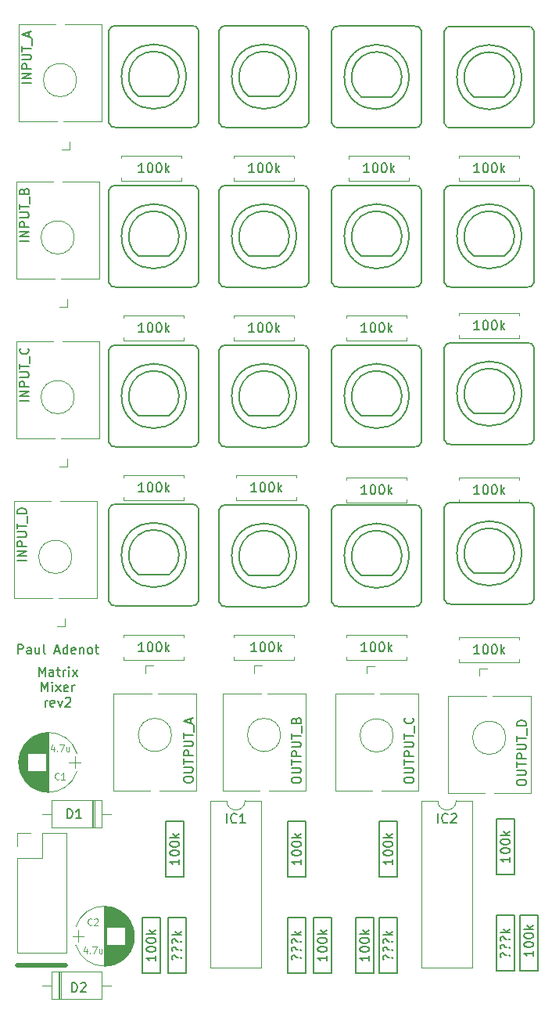
<source format=gto>
G04 #@! TF.GenerationSoftware,KiCad,Pcbnew,(5.1.2-1)-1*
G04 #@! TF.CreationDate,2020-01-19T15:05:30+01:00*
G04 #@! TF.ProjectId,matrix-mixer,6d617472-6978-42d6-9d69-7865722e6b69,rev?*
G04 #@! TF.SameCoordinates,Original*
G04 #@! TF.FileFunction,Legend,Top*
G04 #@! TF.FilePolarity,Positive*
%FSLAX46Y46*%
G04 Gerber Fmt 4.6, Leading zero omitted, Abs format (unit mm)*
G04 Created by KiCad (PCBNEW (5.1.2-1)-1) date 2020-01-19 15:05:30*
%MOMM*%
%LPD*%
G04 APERTURE LIST*
%ADD10C,0.150000*%
%ADD11C,0.120000*%
%ADD12C,0.500000*%
%ADD13C,0.127000*%
%ADD14C,0.100000*%
%ADD15C,0.152400*%
G04 APERTURE END LIST*
D10*
X23884190Y-88972380D02*
X23884190Y-87972380D01*
X24217523Y-88686666D01*
X24550857Y-87972380D01*
X24550857Y-88972380D01*
X25455619Y-88972380D02*
X25455619Y-88448571D01*
X25408000Y-88353333D01*
X25312761Y-88305714D01*
X25122285Y-88305714D01*
X25027047Y-88353333D01*
X25455619Y-88924761D02*
X25360380Y-88972380D01*
X25122285Y-88972380D01*
X25027047Y-88924761D01*
X24979428Y-88829523D01*
X24979428Y-88734285D01*
X25027047Y-88639047D01*
X25122285Y-88591428D01*
X25360380Y-88591428D01*
X25455619Y-88543809D01*
X25788952Y-88305714D02*
X26169904Y-88305714D01*
X25931809Y-87972380D02*
X25931809Y-88829523D01*
X25979428Y-88924761D01*
X26074666Y-88972380D01*
X26169904Y-88972380D01*
X26503238Y-88972380D02*
X26503238Y-88305714D01*
X26503238Y-88496190D02*
X26550857Y-88400952D01*
X26598476Y-88353333D01*
X26693714Y-88305714D01*
X26788952Y-88305714D01*
X27122285Y-88972380D02*
X27122285Y-88305714D01*
X27122285Y-87972380D02*
X27074666Y-88020000D01*
X27122285Y-88067619D01*
X27169904Y-88020000D01*
X27122285Y-87972380D01*
X27122285Y-88067619D01*
X27503238Y-88972380D02*
X28027047Y-88305714D01*
X27503238Y-88305714D02*
X28027047Y-88972380D01*
X24193714Y-90622380D02*
X24193714Y-89622380D01*
X24527047Y-90336666D01*
X24860380Y-89622380D01*
X24860380Y-90622380D01*
X25336571Y-90622380D02*
X25336571Y-89955714D01*
X25336571Y-89622380D02*
X25288952Y-89670000D01*
X25336571Y-89717619D01*
X25384190Y-89670000D01*
X25336571Y-89622380D01*
X25336571Y-89717619D01*
X25717523Y-90622380D02*
X26241333Y-89955714D01*
X25717523Y-89955714D02*
X26241333Y-90622380D01*
X27003238Y-90574761D02*
X26908000Y-90622380D01*
X26717523Y-90622380D01*
X26622285Y-90574761D01*
X26574666Y-90479523D01*
X26574666Y-90098571D01*
X26622285Y-90003333D01*
X26717523Y-89955714D01*
X26908000Y-89955714D01*
X27003238Y-90003333D01*
X27050857Y-90098571D01*
X27050857Y-90193809D01*
X26574666Y-90289047D01*
X27479428Y-90622380D02*
X27479428Y-89955714D01*
X27479428Y-90146190D02*
X27527047Y-90050952D01*
X27574666Y-90003333D01*
X27669904Y-89955714D01*
X27765142Y-89955714D01*
X24550857Y-92272380D02*
X24550857Y-91605714D01*
X24550857Y-91796190D02*
X24598476Y-91700952D01*
X24646095Y-91653333D01*
X24741333Y-91605714D01*
X24836571Y-91605714D01*
X25550857Y-92224761D02*
X25455619Y-92272380D01*
X25265142Y-92272380D01*
X25169904Y-92224761D01*
X25122285Y-92129523D01*
X25122285Y-91748571D01*
X25169904Y-91653333D01*
X25265142Y-91605714D01*
X25455619Y-91605714D01*
X25550857Y-91653333D01*
X25598476Y-91748571D01*
X25598476Y-91843809D01*
X25122285Y-91939047D01*
X25931809Y-91605714D02*
X26169904Y-92272380D01*
X26408000Y-91605714D01*
X26741333Y-91367619D02*
X26788952Y-91320000D01*
X26884190Y-91272380D01*
X27122285Y-91272380D01*
X27217523Y-91320000D01*
X27265142Y-91367619D01*
X27312761Y-91462857D01*
X27312761Y-91558095D01*
X27265142Y-91700952D01*
X26693714Y-92272380D01*
X27312761Y-92272380D01*
X21598476Y-86558380D02*
X21598476Y-85558380D01*
X21979428Y-85558380D01*
X22074666Y-85606000D01*
X22122285Y-85653619D01*
X22169904Y-85748857D01*
X22169904Y-85891714D01*
X22122285Y-85986952D01*
X22074666Y-86034571D01*
X21979428Y-86082190D01*
X21598476Y-86082190D01*
X23027047Y-86558380D02*
X23027047Y-86034571D01*
X22979428Y-85939333D01*
X22884190Y-85891714D01*
X22693714Y-85891714D01*
X22598476Y-85939333D01*
X23027047Y-86510761D02*
X22931809Y-86558380D01*
X22693714Y-86558380D01*
X22598476Y-86510761D01*
X22550857Y-86415523D01*
X22550857Y-86320285D01*
X22598476Y-86225047D01*
X22693714Y-86177428D01*
X22931809Y-86177428D01*
X23027047Y-86129809D01*
X23931809Y-85891714D02*
X23931809Y-86558380D01*
X23503238Y-85891714D02*
X23503238Y-86415523D01*
X23550857Y-86510761D01*
X23646095Y-86558380D01*
X23788952Y-86558380D01*
X23884190Y-86510761D01*
X23931809Y-86463142D01*
X24550857Y-86558380D02*
X24455619Y-86510761D01*
X24408000Y-86415523D01*
X24408000Y-85558380D01*
X25646095Y-86272666D02*
X26122285Y-86272666D01*
X25550857Y-86558380D02*
X25884190Y-85558380D01*
X26217523Y-86558380D01*
X26979428Y-86558380D02*
X26979428Y-85558380D01*
X26979428Y-86510761D02*
X26884190Y-86558380D01*
X26693714Y-86558380D01*
X26598476Y-86510761D01*
X26550857Y-86463142D01*
X26503238Y-86367904D01*
X26503238Y-86082190D01*
X26550857Y-85986952D01*
X26598476Y-85939333D01*
X26693714Y-85891714D01*
X26884190Y-85891714D01*
X26979428Y-85939333D01*
X27836571Y-86510761D02*
X27741333Y-86558380D01*
X27550857Y-86558380D01*
X27455619Y-86510761D01*
X27408000Y-86415523D01*
X27408000Y-86034571D01*
X27455619Y-85939333D01*
X27550857Y-85891714D01*
X27741333Y-85891714D01*
X27836571Y-85939333D01*
X27884190Y-86034571D01*
X27884190Y-86129809D01*
X27408000Y-86225047D01*
X28312761Y-85891714D02*
X28312761Y-86558380D01*
X28312761Y-85986952D02*
X28360380Y-85939333D01*
X28455619Y-85891714D01*
X28598476Y-85891714D01*
X28693714Y-85939333D01*
X28741333Y-86034571D01*
X28741333Y-86558380D01*
X29360380Y-86558380D02*
X29265142Y-86510761D01*
X29217523Y-86463142D01*
X29169904Y-86367904D01*
X29169904Y-86082190D01*
X29217523Y-85986952D01*
X29265142Y-85939333D01*
X29360380Y-85891714D01*
X29503238Y-85891714D01*
X29598476Y-85939333D01*
X29646095Y-85986952D01*
X29693714Y-86082190D01*
X29693714Y-86367904D01*
X29646095Y-86463142D01*
X29598476Y-86510761D01*
X29503238Y-86558380D01*
X29360380Y-86558380D01*
X29979428Y-85891714D02*
X30360380Y-85891714D01*
X30122285Y-85558380D02*
X30122285Y-86415523D01*
X30169904Y-86510761D01*
X30265142Y-86558380D01*
X30360380Y-86558380D01*
D11*
X39338000Y-35406000D02*
X39338000Y-35076000D01*
X32798000Y-35406000D02*
X39338000Y-35406000D01*
X32798000Y-35076000D02*
X32798000Y-35406000D01*
X39338000Y-32666000D02*
X39338000Y-32996000D01*
X32798000Y-32666000D02*
X39338000Y-32666000D01*
X32798000Y-32996000D02*
X32798000Y-32666000D01*
X21546000Y-105970000D02*
X22936000Y-105970000D01*
X21546000Y-107360000D02*
X21546000Y-105970000D01*
X24206000Y-108630000D02*
X21546000Y-108630000D01*
X24206000Y-105970000D02*
X24206000Y-108630000D01*
X26866000Y-105970000D02*
X24206000Y-105970000D01*
X26866000Y-118910000D02*
X26866000Y-105970000D01*
X21546000Y-118910000D02*
X26866000Y-118910000D01*
X21546000Y-108630000D02*
X21546000Y-118910000D01*
D12*
X21547000Y-120205500D02*
X26797000Y-120205500D01*
D11*
X26000000Y-120958000D02*
X26000000Y-123898000D01*
X26240000Y-120958000D02*
X26240000Y-123898000D01*
X26120000Y-120958000D02*
X26120000Y-123898000D01*
X31680000Y-122428000D02*
X30660000Y-122428000D01*
X24200000Y-122428000D02*
X25220000Y-122428000D01*
X30660000Y-120958000D02*
X25220000Y-120958000D01*
X30660000Y-123898000D02*
X30660000Y-120958000D01*
X25220000Y-123898000D02*
X30660000Y-123898000D01*
X25220000Y-120958000D02*
X25220000Y-123898000D01*
X29880000Y-105356000D02*
X29880000Y-102416000D01*
X29640000Y-105356000D02*
X29640000Y-102416000D01*
X29760000Y-105356000D02*
X29760000Y-102416000D01*
X24200000Y-103886000D02*
X25220000Y-103886000D01*
X31680000Y-103886000D02*
X30660000Y-103886000D01*
X25220000Y-105356000D02*
X30660000Y-105356000D01*
X25220000Y-102416000D02*
X25220000Y-105356000D01*
X30660000Y-102416000D02*
X25220000Y-102416000D01*
X30660000Y-105356000D02*
X30660000Y-102416000D01*
X21823560Y-97318643D02*
G75*
G03X21823764Y-99278000I3088440J-979357D01*
G01*
X21823560Y-97318643D02*
G75*
G02X28000236Y-97318000I3088440J-979357D01*
G01*
X21823560Y-99277357D02*
G75*
G03X28000236Y-99278000I3088440J979357D01*
G01*
X27762000Y-98948000D02*
X27762000Y-97648000D01*
X28362000Y-98298000D02*
X27162000Y-98298000D01*
X21711000Y-98766000D02*
X21711000Y-97830000D01*
X21751000Y-98974000D02*
X21751000Y-97622000D01*
X21791000Y-99132000D02*
X21791000Y-97464000D01*
X21831000Y-99264000D02*
X21831000Y-97332000D01*
X21871000Y-99379000D02*
X21871000Y-97217000D01*
X21911000Y-99482000D02*
X21911000Y-97114000D01*
X21951000Y-99576000D02*
X21951000Y-97020000D01*
X21991000Y-99662000D02*
X21991000Y-96934000D01*
X22031000Y-99743000D02*
X22031000Y-96853000D01*
X22071000Y-99818000D02*
X22071000Y-96778000D01*
X22111000Y-99889000D02*
X22111000Y-96707000D01*
X22151000Y-99956000D02*
X22151000Y-96640000D01*
X22191000Y-100019000D02*
X22191000Y-96577000D01*
X22231000Y-100079000D02*
X22231000Y-96517000D01*
X22271000Y-100137000D02*
X22271000Y-96459000D01*
X22311000Y-100192000D02*
X22311000Y-96404000D01*
X22351000Y-100244000D02*
X22351000Y-96352000D01*
X22391000Y-100295000D02*
X22391000Y-96301000D01*
X22431000Y-100343000D02*
X22431000Y-96253000D01*
X22471000Y-100390000D02*
X22471000Y-96206000D01*
X22511000Y-100435000D02*
X22511000Y-96161000D01*
X22551000Y-100478000D02*
X22551000Y-96118000D01*
X22591000Y-100520000D02*
X22591000Y-96076000D01*
X22631000Y-100560000D02*
X22631000Y-96036000D01*
X22671000Y-100599000D02*
X22671000Y-95997000D01*
X22711000Y-97318000D02*
X22711000Y-95959000D01*
X22711000Y-100637000D02*
X22711000Y-99278000D01*
X22751000Y-97318000D02*
X22751000Y-95923000D01*
X22751000Y-100673000D02*
X22751000Y-99278000D01*
X22791000Y-97318000D02*
X22791000Y-95887000D01*
X22791000Y-100709000D02*
X22791000Y-99278000D01*
X22831000Y-97318000D02*
X22831000Y-95853000D01*
X22831000Y-100743000D02*
X22831000Y-99278000D01*
X22871000Y-97318000D02*
X22871000Y-95820000D01*
X22871000Y-100776000D02*
X22871000Y-99278000D01*
X22911000Y-97318000D02*
X22911000Y-95788000D01*
X22911000Y-100808000D02*
X22911000Y-99278000D01*
X22951000Y-97318000D02*
X22951000Y-95758000D01*
X22951000Y-100838000D02*
X22951000Y-99278000D01*
X22991000Y-97318000D02*
X22991000Y-95728000D01*
X22991000Y-100868000D02*
X22991000Y-99278000D01*
X23031000Y-97318000D02*
X23031000Y-95699000D01*
X23031000Y-100897000D02*
X23031000Y-99278000D01*
X23071000Y-97318000D02*
X23071000Y-95671000D01*
X23071000Y-100925000D02*
X23071000Y-99278000D01*
X23111000Y-97318000D02*
X23111000Y-95644000D01*
X23111000Y-100952000D02*
X23111000Y-99278000D01*
X23151000Y-97318000D02*
X23151000Y-95617000D01*
X23151000Y-100979000D02*
X23151000Y-99278000D01*
X23191000Y-97318000D02*
X23191000Y-95592000D01*
X23191000Y-101004000D02*
X23191000Y-99278000D01*
X23231000Y-97318000D02*
X23231000Y-95567000D01*
X23231000Y-101029000D02*
X23231000Y-99278000D01*
X23271000Y-97318000D02*
X23271000Y-95543000D01*
X23271000Y-101053000D02*
X23271000Y-99278000D01*
X23311000Y-97318000D02*
X23311000Y-95520000D01*
X23311000Y-101076000D02*
X23311000Y-99278000D01*
X23351000Y-97318000D02*
X23351000Y-95498000D01*
X23351000Y-101098000D02*
X23351000Y-99278000D01*
X23391000Y-97318000D02*
X23391000Y-95476000D01*
X23391000Y-101120000D02*
X23391000Y-99278000D01*
X23431000Y-97318000D02*
X23431000Y-95455000D01*
X23431000Y-101141000D02*
X23431000Y-99278000D01*
X23471000Y-97318000D02*
X23471000Y-95435000D01*
X23471000Y-101161000D02*
X23471000Y-99278000D01*
X23511000Y-97318000D02*
X23511000Y-95416000D01*
X23511000Y-101180000D02*
X23511000Y-99278000D01*
X23551000Y-97318000D02*
X23551000Y-95397000D01*
X23551000Y-101199000D02*
X23551000Y-99278000D01*
X23591000Y-97318000D02*
X23591000Y-95379000D01*
X23591000Y-101217000D02*
X23591000Y-99278000D01*
X23631000Y-97318000D02*
X23631000Y-95361000D01*
X23631000Y-101235000D02*
X23631000Y-99278000D01*
X23671000Y-97318000D02*
X23671000Y-95344000D01*
X23671000Y-101252000D02*
X23671000Y-99278000D01*
X23711000Y-97318000D02*
X23711000Y-95328000D01*
X23711000Y-101268000D02*
X23711000Y-99278000D01*
X23751000Y-97318000D02*
X23751000Y-95312000D01*
X23751000Y-101284000D02*
X23751000Y-99278000D01*
X23791000Y-97318000D02*
X23791000Y-95297000D01*
X23791000Y-101299000D02*
X23791000Y-99278000D01*
X23831000Y-97318000D02*
X23831000Y-95283000D01*
X23831000Y-101313000D02*
X23831000Y-99278000D01*
X23871000Y-97318000D02*
X23871000Y-95269000D01*
X23871000Y-101327000D02*
X23871000Y-99278000D01*
X23911000Y-97318000D02*
X23911000Y-95256000D01*
X23911000Y-101340000D02*
X23911000Y-99278000D01*
X23951000Y-97318000D02*
X23951000Y-95243000D01*
X23951000Y-101353000D02*
X23951000Y-99278000D01*
X23991000Y-97318000D02*
X23991000Y-95231000D01*
X23991000Y-101365000D02*
X23991000Y-99278000D01*
X24031000Y-97318000D02*
X24031000Y-95219000D01*
X24031000Y-101377000D02*
X24031000Y-99278000D01*
X24071000Y-97318000D02*
X24071000Y-95208000D01*
X24071000Y-101388000D02*
X24071000Y-99278000D01*
X24111000Y-97318000D02*
X24111000Y-95198000D01*
X24111000Y-101398000D02*
X24111000Y-99278000D01*
X24151000Y-97318000D02*
X24151000Y-95188000D01*
X24151000Y-101408000D02*
X24151000Y-99278000D01*
X24191000Y-97318000D02*
X24191000Y-95179000D01*
X24191000Y-101417000D02*
X24191000Y-99278000D01*
X24232000Y-97318000D02*
X24232000Y-95170000D01*
X24232000Y-101426000D02*
X24232000Y-99278000D01*
X24272000Y-97318000D02*
X24272000Y-95161000D01*
X24272000Y-101435000D02*
X24272000Y-99278000D01*
X24312000Y-97318000D02*
X24312000Y-95154000D01*
X24312000Y-101442000D02*
X24312000Y-99278000D01*
X24352000Y-97318000D02*
X24352000Y-95146000D01*
X24352000Y-101450000D02*
X24352000Y-99278000D01*
X24392000Y-97318000D02*
X24392000Y-95140000D01*
X24392000Y-101456000D02*
X24392000Y-99278000D01*
X24432000Y-97318000D02*
X24432000Y-95133000D01*
X24432000Y-101463000D02*
X24432000Y-99278000D01*
X24472000Y-97318000D02*
X24472000Y-95128000D01*
X24472000Y-101468000D02*
X24472000Y-99278000D01*
X24512000Y-97318000D02*
X24512000Y-95122000D01*
X24512000Y-101474000D02*
X24512000Y-99278000D01*
X24552000Y-97318000D02*
X24552000Y-95118000D01*
X24552000Y-101478000D02*
X24552000Y-99278000D01*
X24592000Y-97318000D02*
X24592000Y-95113000D01*
X24592000Y-101483000D02*
X24592000Y-99278000D01*
X24632000Y-97318000D02*
X24632000Y-95110000D01*
X24632000Y-101486000D02*
X24632000Y-99278000D01*
X24672000Y-101490000D02*
X24672000Y-95106000D01*
X24712000Y-101492000D02*
X24712000Y-95104000D01*
X24752000Y-101495000D02*
X24752000Y-95101000D01*
X24792000Y-101496000D02*
X24792000Y-95100000D01*
X24832000Y-101498000D02*
X24832000Y-95098000D01*
X24872000Y-101498000D02*
X24872000Y-95098000D01*
X24912000Y-101498000D02*
X24912000Y-95098000D01*
X34056440Y-118073357D02*
G75*
G03X34056236Y-116114000I-3088440J979357D01*
G01*
X34056440Y-118073357D02*
G75*
G02X27879764Y-118074000I-3088440J979357D01*
G01*
X34056440Y-116114643D02*
G75*
G03X27879764Y-116114000I-3088440J-979357D01*
G01*
X28118000Y-116444000D02*
X28118000Y-117744000D01*
X27518000Y-117094000D02*
X28718000Y-117094000D01*
X34169000Y-116626000D02*
X34169000Y-117562000D01*
X34129000Y-116418000D02*
X34129000Y-117770000D01*
X34089000Y-116260000D02*
X34089000Y-117928000D01*
X34049000Y-116128000D02*
X34049000Y-118060000D01*
X34009000Y-116013000D02*
X34009000Y-118175000D01*
X33969000Y-115910000D02*
X33969000Y-118278000D01*
X33929000Y-115816000D02*
X33929000Y-118372000D01*
X33889000Y-115730000D02*
X33889000Y-118458000D01*
X33849000Y-115649000D02*
X33849000Y-118539000D01*
X33809000Y-115574000D02*
X33809000Y-118614000D01*
X33769000Y-115503000D02*
X33769000Y-118685000D01*
X33729000Y-115436000D02*
X33729000Y-118752000D01*
X33689000Y-115373000D02*
X33689000Y-118815000D01*
X33649000Y-115313000D02*
X33649000Y-118875000D01*
X33609000Y-115255000D02*
X33609000Y-118933000D01*
X33569000Y-115200000D02*
X33569000Y-118988000D01*
X33529000Y-115148000D02*
X33529000Y-119040000D01*
X33489000Y-115097000D02*
X33489000Y-119091000D01*
X33449000Y-115049000D02*
X33449000Y-119139000D01*
X33409000Y-115002000D02*
X33409000Y-119186000D01*
X33369000Y-114957000D02*
X33369000Y-119231000D01*
X33329000Y-114914000D02*
X33329000Y-119274000D01*
X33289000Y-114872000D02*
X33289000Y-119316000D01*
X33249000Y-114832000D02*
X33249000Y-119356000D01*
X33209000Y-114793000D02*
X33209000Y-119395000D01*
X33169000Y-118074000D02*
X33169000Y-119433000D01*
X33169000Y-114755000D02*
X33169000Y-116114000D01*
X33129000Y-118074000D02*
X33129000Y-119469000D01*
X33129000Y-114719000D02*
X33129000Y-116114000D01*
X33089000Y-118074000D02*
X33089000Y-119505000D01*
X33089000Y-114683000D02*
X33089000Y-116114000D01*
X33049000Y-118074000D02*
X33049000Y-119539000D01*
X33049000Y-114649000D02*
X33049000Y-116114000D01*
X33009000Y-118074000D02*
X33009000Y-119572000D01*
X33009000Y-114616000D02*
X33009000Y-116114000D01*
X32969000Y-118074000D02*
X32969000Y-119604000D01*
X32969000Y-114584000D02*
X32969000Y-116114000D01*
X32929000Y-118074000D02*
X32929000Y-119634000D01*
X32929000Y-114554000D02*
X32929000Y-116114000D01*
X32889000Y-118074000D02*
X32889000Y-119664000D01*
X32889000Y-114524000D02*
X32889000Y-116114000D01*
X32849000Y-118074000D02*
X32849000Y-119693000D01*
X32849000Y-114495000D02*
X32849000Y-116114000D01*
X32809000Y-118074000D02*
X32809000Y-119721000D01*
X32809000Y-114467000D02*
X32809000Y-116114000D01*
X32769000Y-118074000D02*
X32769000Y-119748000D01*
X32769000Y-114440000D02*
X32769000Y-116114000D01*
X32729000Y-118074000D02*
X32729000Y-119775000D01*
X32729000Y-114413000D02*
X32729000Y-116114000D01*
X32689000Y-118074000D02*
X32689000Y-119800000D01*
X32689000Y-114388000D02*
X32689000Y-116114000D01*
X32649000Y-118074000D02*
X32649000Y-119825000D01*
X32649000Y-114363000D02*
X32649000Y-116114000D01*
X32609000Y-118074000D02*
X32609000Y-119849000D01*
X32609000Y-114339000D02*
X32609000Y-116114000D01*
X32569000Y-118074000D02*
X32569000Y-119872000D01*
X32569000Y-114316000D02*
X32569000Y-116114000D01*
X32529000Y-118074000D02*
X32529000Y-119894000D01*
X32529000Y-114294000D02*
X32529000Y-116114000D01*
X32489000Y-118074000D02*
X32489000Y-119916000D01*
X32489000Y-114272000D02*
X32489000Y-116114000D01*
X32449000Y-118074000D02*
X32449000Y-119937000D01*
X32449000Y-114251000D02*
X32449000Y-116114000D01*
X32409000Y-118074000D02*
X32409000Y-119957000D01*
X32409000Y-114231000D02*
X32409000Y-116114000D01*
X32369000Y-118074000D02*
X32369000Y-119976000D01*
X32369000Y-114212000D02*
X32369000Y-116114000D01*
X32329000Y-118074000D02*
X32329000Y-119995000D01*
X32329000Y-114193000D02*
X32329000Y-116114000D01*
X32289000Y-118074000D02*
X32289000Y-120013000D01*
X32289000Y-114175000D02*
X32289000Y-116114000D01*
X32249000Y-118074000D02*
X32249000Y-120031000D01*
X32249000Y-114157000D02*
X32249000Y-116114000D01*
X32209000Y-118074000D02*
X32209000Y-120048000D01*
X32209000Y-114140000D02*
X32209000Y-116114000D01*
X32169000Y-118074000D02*
X32169000Y-120064000D01*
X32169000Y-114124000D02*
X32169000Y-116114000D01*
X32129000Y-118074000D02*
X32129000Y-120080000D01*
X32129000Y-114108000D02*
X32129000Y-116114000D01*
X32089000Y-118074000D02*
X32089000Y-120095000D01*
X32089000Y-114093000D02*
X32089000Y-116114000D01*
X32049000Y-118074000D02*
X32049000Y-120109000D01*
X32049000Y-114079000D02*
X32049000Y-116114000D01*
X32009000Y-118074000D02*
X32009000Y-120123000D01*
X32009000Y-114065000D02*
X32009000Y-116114000D01*
X31969000Y-118074000D02*
X31969000Y-120136000D01*
X31969000Y-114052000D02*
X31969000Y-116114000D01*
X31929000Y-118074000D02*
X31929000Y-120149000D01*
X31929000Y-114039000D02*
X31929000Y-116114000D01*
X31889000Y-118074000D02*
X31889000Y-120161000D01*
X31889000Y-114027000D02*
X31889000Y-116114000D01*
X31849000Y-118074000D02*
X31849000Y-120173000D01*
X31849000Y-114015000D02*
X31849000Y-116114000D01*
X31809000Y-118074000D02*
X31809000Y-120184000D01*
X31809000Y-114004000D02*
X31809000Y-116114000D01*
X31769000Y-118074000D02*
X31769000Y-120194000D01*
X31769000Y-113994000D02*
X31769000Y-116114000D01*
X31729000Y-118074000D02*
X31729000Y-120204000D01*
X31729000Y-113984000D02*
X31729000Y-116114000D01*
X31689000Y-118074000D02*
X31689000Y-120213000D01*
X31689000Y-113975000D02*
X31689000Y-116114000D01*
X31648000Y-118074000D02*
X31648000Y-120222000D01*
X31648000Y-113966000D02*
X31648000Y-116114000D01*
X31608000Y-118074000D02*
X31608000Y-120231000D01*
X31608000Y-113957000D02*
X31608000Y-116114000D01*
X31568000Y-118074000D02*
X31568000Y-120238000D01*
X31568000Y-113950000D02*
X31568000Y-116114000D01*
X31528000Y-118074000D02*
X31528000Y-120246000D01*
X31528000Y-113942000D02*
X31528000Y-116114000D01*
X31488000Y-118074000D02*
X31488000Y-120252000D01*
X31488000Y-113936000D02*
X31488000Y-116114000D01*
X31448000Y-118074000D02*
X31448000Y-120259000D01*
X31448000Y-113929000D02*
X31448000Y-116114000D01*
X31408000Y-118074000D02*
X31408000Y-120264000D01*
X31408000Y-113924000D02*
X31408000Y-116114000D01*
X31368000Y-118074000D02*
X31368000Y-120270000D01*
X31368000Y-113918000D02*
X31368000Y-116114000D01*
X31328000Y-118074000D02*
X31328000Y-120274000D01*
X31328000Y-113914000D02*
X31328000Y-116114000D01*
X31288000Y-118074000D02*
X31288000Y-120279000D01*
X31288000Y-113909000D02*
X31288000Y-116114000D01*
X31248000Y-118074000D02*
X31248000Y-120282000D01*
X31248000Y-113906000D02*
X31248000Y-116114000D01*
X31208000Y-113902000D02*
X31208000Y-120286000D01*
X31168000Y-113900000D02*
X31168000Y-120288000D01*
X31128000Y-113897000D02*
X31128000Y-120291000D01*
X31088000Y-113896000D02*
X31088000Y-120292000D01*
X31048000Y-113894000D02*
X31048000Y-120294000D01*
X31008000Y-113894000D02*
X31008000Y-120294000D01*
X30968000Y-113894000D02*
X30968000Y-120294000D01*
X51530000Y-35406000D02*
X51530000Y-35076000D01*
X44990000Y-35406000D02*
X51530000Y-35406000D01*
X44990000Y-35076000D02*
X44990000Y-35406000D01*
X51530000Y-32666000D02*
X51530000Y-32996000D01*
X44990000Y-32666000D02*
X51530000Y-32666000D01*
X44990000Y-32996000D02*
X44990000Y-32666000D01*
X63976000Y-35409026D02*
X63976000Y-35079026D01*
X57436000Y-35409026D02*
X63976000Y-35409026D01*
X57436000Y-35079026D02*
X57436000Y-35409026D01*
X63976000Y-32669026D02*
X63976000Y-32999026D01*
X57436000Y-32669026D02*
X63976000Y-32669026D01*
X57436000Y-32999026D02*
X57436000Y-32669026D01*
X75914000Y-35406000D02*
X75914000Y-35076000D01*
X69374000Y-35406000D02*
X75914000Y-35406000D01*
X69374000Y-35076000D02*
X69374000Y-35406000D01*
X75914000Y-32666000D02*
X75914000Y-32996000D01*
X69374000Y-32666000D02*
X75914000Y-32666000D01*
X69374000Y-32996000D02*
X69374000Y-32666000D01*
X39592000Y-52678000D02*
X39592000Y-52348000D01*
X33052000Y-52678000D02*
X39592000Y-52678000D01*
X33052000Y-52348000D02*
X33052000Y-52678000D01*
X39592000Y-49938000D02*
X39592000Y-50268000D01*
X33052000Y-49938000D02*
X39592000Y-49938000D01*
X33052000Y-50268000D02*
X33052000Y-49938000D01*
X51530000Y-52678000D02*
X51530000Y-52348000D01*
X44990000Y-52678000D02*
X51530000Y-52678000D01*
X44990000Y-52348000D02*
X44990000Y-52678000D01*
X51530000Y-49938000D02*
X51530000Y-50268000D01*
X44990000Y-49938000D02*
X51530000Y-49938000D01*
X44990000Y-50268000D02*
X44990000Y-49938000D01*
X63722000Y-52678000D02*
X63722000Y-52348000D01*
X57182000Y-52678000D02*
X63722000Y-52678000D01*
X57182000Y-52348000D02*
X57182000Y-52678000D01*
X63722000Y-49938000D02*
X63722000Y-50268000D01*
X57182000Y-49938000D02*
X63722000Y-49938000D01*
X57182000Y-50268000D02*
X57182000Y-49938000D01*
X75914000Y-52424000D02*
X75914000Y-52094000D01*
X69374000Y-52424000D02*
X75914000Y-52424000D01*
X69374000Y-52094000D02*
X69374000Y-52424000D01*
X75914000Y-49684000D02*
X75914000Y-50014000D01*
X69374000Y-49684000D02*
X75914000Y-49684000D01*
X69374000Y-50014000D02*
X69374000Y-49684000D01*
X39592000Y-69950000D02*
X39592000Y-69620000D01*
X33052000Y-69950000D02*
X39592000Y-69950000D01*
X33052000Y-69620000D02*
X33052000Y-69950000D01*
X39592000Y-67210000D02*
X39592000Y-67540000D01*
X33052000Y-67210000D02*
X39592000Y-67210000D01*
X33052000Y-67540000D02*
X33052000Y-67210000D01*
X51784000Y-69950000D02*
X51784000Y-69620000D01*
X45244000Y-69950000D02*
X51784000Y-69950000D01*
X45244000Y-69620000D02*
X45244000Y-69950000D01*
X51784000Y-67210000D02*
X51784000Y-67540000D01*
X45244000Y-67210000D02*
X51784000Y-67210000D01*
X45244000Y-67540000D02*
X45244000Y-67210000D01*
X63722000Y-70204000D02*
X63722000Y-69874000D01*
X57182000Y-70204000D02*
X63722000Y-70204000D01*
X57182000Y-69874000D02*
X57182000Y-70204000D01*
X63722000Y-67464000D02*
X63722000Y-67794000D01*
X57182000Y-67464000D02*
X63722000Y-67464000D01*
X57182000Y-67794000D02*
X57182000Y-67464000D01*
X75914000Y-70204000D02*
X75914000Y-69874000D01*
X69374000Y-70204000D02*
X75914000Y-70204000D01*
X69374000Y-69874000D02*
X69374000Y-70204000D01*
X75914000Y-67464000D02*
X75914000Y-67794000D01*
X69374000Y-67464000D02*
X75914000Y-67464000D01*
X69374000Y-67794000D02*
X69374000Y-67464000D01*
X39592000Y-87222000D02*
X39592000Y-86892000D01*
X33052000Y-87222000D02*
X39592000Y-87222000D01*
X33052000Y-86892000D02*
X33052000Y-87222000D01*
X39592000Y-84482000D02*
X39592000Y-84812000D01*
X33052000Y-84482000D02*
X39592000Y-84482000D01*
X33052000Y-84812000D02*
X33052000Y-84482000D01*
X51530000Y-87222000D02*
X51530000Y-86892000D01*
X44990000Y-87222000D02*
X51530000Y-87222000D01*
X44990000Y-86892000D02*
X44990000Y-87222000D01*
X51530000Y-84482000D02*
X51530000Y-84812000D01*
X44990000Y-84482000D02*
X51530000Y-84482000D01*
X44990000Y-84812000D02*
X44990000Y-84482000D01*
X63722000Y-87222000D02*
X63722000Y-86892000D01*
X57182000Y-87222000D02*
X63722000Y-87222000D01*
X57182000Y-86892000D02*
X57182000Y-87222000D01*
X63722000Y-84482000D02*
X63722000Y-84812000D01*
X57182000Y-84482000D02*
X63722000Y-84482000D01*
X57182000Y-84812000D02*
X57182000Y-84482000D01*
X75914000Y-87476000D02*
X75914000Y-87146000D01*
X69374000Y-87476000D02*
X75914000Y-87476000D01*
X69374000Y-87146000D02*
X69374000Y-87476000D01*
X75914000Y-84736000D02*
X75914000Y-85066000D01*
X69374000Y-84736000D02*
X75914000Y-84736000D01*
X69374000Y-85066000D02*
X69374000Y-84736000D01*
D10*
X34671000Y-26289000D02*
X37973000Y-26289000D01*
X37973000Y-26289000D02*
G75*
G03X34671000Y-26289000I-1651000J2159000D01*
G01*
D13*
X41176163Y-29121943D02*
X41176163Y-19141743D01*
X40412263Y-18631843D02*
G75*
G02X41176163Y-19141743I127000J-636900D01*
G01*
X40412263Y-18631843D02*
X32232063Y-18631843D01*
X31468163Y-19141743D02*
G75*
G02X32232063Y-18631843I636900J-127000D01*
G01*
X31468163Y-19141743D02*
X31468163Y-29121943D01*
X32232063Y-29631843D02*
G75*
G02X31468163Y-29121943I-127000J636900D01*
G01*
X32232063Y-29631843D02*
X40412263Y-29631843D01*
X41176163Y-29121943D02*
G75*
G02X40412263Y-29631843I-636900J127000D01*
G01*
X39822163Y-24131843D02*
G75*
G03X39822163Y-24131843I-3500000J0D01*
G01*
D10*
X46609000Y-26289000D02*
X49911000Y-26289000D01*
X49911000Y-26289000D02*
G75*
G03X46609000Y-26289000I-1651000J2159000D01*
G01*
D13*
X53114163Y-29121943D02*
X53114163Y-19141743D01*
X52350263Y-18631843D02*
G75*
G02X53114163Y-19141743I127000J-636900D01*
G01*
X52350263Y-18631843D02*
X44170063Y-18631843D01*
X43406163Y-19141743D02*
G75*
G02X44170063Y-18631843I636900J-127000D01*
G01*
X43406163Y-19141743D02*
X43406163Y-29121943D01*
X44170063Y-29631843D02*
G75*
G02X43406163Y-29121943I-127000J636900D01*
G01*
X44170063Y-29631843D02*
X52350263Y-29631843D01*
X53114163Y-29121943D02*
G75*
G02X52350263Y-29631843I-636900J127000D01*
G01*
X51760163Y-24131843D02*
G75*
G03X51760163Y-24131843I-3500000J0D01*
G01*
D10*
X58801000Y-26330714D02*
X62103000Y-26330714D01*
X62103000Y-26330714D02*
G75*
G03X58801000Y-26330714I-1651000J2159000D01*
G01*
D13*
X65306163Y-29163657D02*
X65306163Y-19183457D01*
X64542263Y-18673557D02*
G75*
G02X65306163Y-19183457I127000J-636900D01*
G01*
X64542263Y-18673557D02*
X56362063Y-18673557D01*
X55598163Y-19183457D02*
G75*
G02X56362063Y-18673557I636900J-127000D01*
G01*
X55598163Y-19183457D02*
X55598163Y-29163657D01*
X56362063Y-29673557D02*
G75*
G02X55598163Y-29163657I-127000J636900D01*
G01*
X56362063Y-29673557D02*
X64542263Y-29673557D01*
X65306163Y-29163657D02*
G75*
G02X64542263Y-29673557I-636900J127000D01*
G01*
X63952163Y-24173557D02*
G75*
G03X63952163Y-24173557I-3500000J0D01*
G01*
D10*
X70993000Y-26351571D02*
X74295000Y-26351571D01*
X74295000Y-26351571D02*
G75*
G03X70993000Y-26351571I-1651000J2159000D01*
G01*
D13*
X77498163Y-29184514D02*
X77498163Y-19204314D01*
X76734263Y-18694414D02*
G75*
G02X77498163Y-19204314I127000J-636900D01*
G01*
X76734263Y-18694414D02*
X68554063Y-18694414D01*
X67790163Y-19204314D02*
G75*
G02X68554063Y-18694414I636900J-127000D01*
G01*
X67790163Y-19204314D02*
X67790163Y-29184514D01*
X68554063Y-29694414D02*
G75*
G02X67790163Y-29184514I-127000J636900D01*
G01*
X68554063Y-29694414D02*
X76734263Y-29694414D01*
X77498163Y-29184514D02*
G75*
G02X76734263Y-29694414I-636900J127000D01*
G01*
X76144163Y-24194414D02*
G75*
G03X76144163Y-24194414I-3500000J0D01*
G01*
D10*
X34671000Y-43561000D02*
X37973000Y-43561000D01*
X37973000Y-43561000D02*
G75*
G03X34671000Y-43561000I-1651000J2159000D01*
G01*
D13*
X41176163Y-46393943D02*
X41176163Y-36413743D01*
X40412263Y-35903843D02*
G75*
G02X41176163Y-36413743I127000J-636900D01*
G01*
X40412263Y-35903843D02*
X32232063Y-35903843D01*
X31468163Y-36413743D02*
G75*
G02X32232063Y-35903843I636900J-127000D01*
G01*
X31468163Y-36413743D02*
X31468163Y-46393943D01*
X32232063Y-46903843D02*
G75*
G02X31468163Y-46393943I-127000J636900D01*
G01*
X32232063Y-46903843D02*
X40412263Y-46903843D01*
X41176163Y-46393943D02*
G75*
G02X40412263Y-46903843I-636900J127000D01*
G01*
X39822163Y-41403843D02*
G75*
G03X39822163Y-41403843I-3500000J0D01*
G01*
D10*
X46609000Y-43561000D02*
X49911000Y-43561000D01*
X49911000Y-43561000D02*
G75*
G03X46609000Y-43561000I-1651000J2159000D01*
G01*
D13*
X53114163Y-46393943D02*
X53114163Y-36413743D01*
X52350263Y-35903843D02*
G75*
G02X53114163Y-36413743I127000J-636900D01*
G01*
X52350263Y-35903843D02*
X44170063Y-35903843D01*
X43406163Y-36413743D02*
G75*
G02X44170063Y-35903843I636900J-127000D01*
G01*
X43406163Y-36413743D02*
X43406163Y-46393943D01*
X44170063Y-46903843D02*
G75*
G02X43406163Y-46393943I-127000J636900D01*
G01*
X44170063Y-46903843D02*
X52350263Y-46903843D01*
X53114163Y-46393943D02*
G75*
G02X52350263Y-46903843I-636900J127000D01*
G01*
X51760163Y-41403843D02*
G75*
G03X51760163Y-41403843I-3500000J0D01*
G01*
D10*
X58801000Y-43561000D02*
X62103000Y-43561000D01*
X62103000Y-43561000D02*
G75*
G03X58801000Y-43561000I-1651000J2159000D01*
G01*
D13*
X65306163Y-46393943D02*
X65306163Y-36413743D01*
X64542263Y-35903843D02*
G75*
G02X65306163Y-36413743I127000J-636900D01*
G01*
X64542263Y-35903843D02*
X56362063Y-35903843D01*
X55598163Y-36413743D02*
G75*
G02X56362063Y-35903843I636900J-127000D01*
G01*
X55598163Y-36413743D02*
X55598163Y-46393943D01*
X56362063Y-46903843D02*
G75*
G02X55598163Y-46393943I-127000J636900D01*
G01*
X56362063Y-46903843D02*
X64542263Y-46903843D01*
X65306163Y-46393943D02*
G75*
G02X64542263Y-46903843I-636900J127000D01*
G01*
X63952163Y-41403843D02*
G75*
G03X63952163Y-41403843I-3500000J0D01*
G01*
D10*
X70993000Y-43561000D02*
X74295000Y-43561000D01*
X74295000Y-43561000D02*
G75*
G03X70993000Y-43561000I-1651000J2159000D01*
G01*
D13*
X77498163Y-46393943D02*
X77498163Y-36413743D01*
X76734263Y-35903843D02*
G75*
G02X77498163Y-36413743I127000J-636900D01*
G01*
X76734263Y-35903843D02*
X68554063Y-35903843D01*
X67790163Y-36413743D02*
G75*
G02X68554063Y-35903843I636900J-127000D01*
G01*
X67790163Y-36413743D02*
X67790163Y-46393943D01*
X68554063Y-46903843D02*
G75*
G02X67790163Y-46393943I-127000J636900D01*
G01*
X68554063Y-46903843D02*
X76734263Y-46903843D01*
X77498163Y-46393943D02*
G75*
G02X76734263Y-46903843I-636900J127000D01*
G01*
X76144163Y-41403843D02*
G75*
G03X76144163Y-41403843I-3500000J0D01*
G01*
D10*
X34671000Y-60833000D02*
X37973000Y-60833000D01*
X37973000Y-60833000D02*
G75*
G03X34671000Y-60833000I-1651000J2159000D01*
G01*
D13*
X41176163Y-63665943D02*
X41176163Y-53685743D01*
X40412263Y-53175843D02*
G75*
G02X41176163Y-53685743I127000J-636900D01*
G01*
X40412263Y-53175843D02*
X32232063Y-53175843D01*
X31468163Y-53685743D02*
G75*
G02X32232063Y-53175843I636900J-127000D01*
G01*
X31468163Y-53685743D02*
X31468163Y-63665943D01*
X32232063Y-64175843D02*
G75*
G02X31468163Y-63665943I-127000J636900D01*
G01*
X32232063Y-64175843D02*
X40412263Y-64175843D01*
X41176163Y-63665943D02*
G75*
G02X40412263Y-64175843I-636900J127000D01*
G01*
X39822163Y-58675843D02*
G75*
G03X39822163Y-58675843I-3500000J0D01*
G01*
D10*
X46609000Y-60833000D02*
X49911000Y-60833000D01*
X49911000Y-60833000D02*
G75*
G03X46609000Y-60833000I-1651000J2159000D01*
G01*
D13*
X53114163Y-63665943D02*
X53114163Y-53685743D01*
X52350263Y-53175843D02*
G75*
G02X53114163Y-53685743I127000J-636900D01*
G01*
X52350263Y-53175843D02*
X44170063Y-53175843D01*
X43406163Y-53685743D02*
G75*
G02X44170063Y-53175843I636900J-127000D01*
G01*
X43406163Y-53685743D02*
X43406163Y-63665943D01*
X44170063Y-64175843D02*
G75*
G02X43406163Y-63665943I-127000J636900D01*
G01*
X44170063Y-64175843D02*
X52350263Y-64175843D01*
X53114163Y-63665943D02*
G75*
G02X52350263Y-64175843I-636900J127000D01*
G01*
X51760163Y-58675843D02*
G75*
G03X51760163Y-58675843I-3500000J0D01*
G01*
D10*
X58801000Y-60833000D02*
X62103000Y-60833000D01*
X62103000Y-60833000D02*
G75*
G03X58801000Y-60833000I-1651000J2159000D01*
G01*
D13*
X65306163Y-63665943D02*
X65306163Y-53685743D01*
X64542263Y-53175843D02*
G75*
G02X65306163Y-53685743I127000J-636900D01*
G01*
X64542263Y-53175843D02*
X56362063Y-53175843D01*
X55598163Y-53685743D02*
G75*
G02X56362063Y-53175843I636900J-127000D01*
G01*
X55598163Y-53685743D02*
X55598163Y-63665943D01*
X56362063Y-64175843D02*
G75*
G02X55598163Y-63665943I-127000J636900D01*
G01*
X56362063Y-64175843D02*
X64542263Y-64175843D01*
X65306163Y-63665943D02*
G75*
G02X64542263Y-64175843I-636900J127000D01*
G01*
X63952163Y-58675843D02*
G75*
G03X63952163Y-58675843I-3500000J0D01*
G01*
D10*
X70993000Y-60579000D02*
X74295000Y-60579000D01*
X74295000Y-60579000D02*
G75*
G03X70993000Y-60579000I-1651000J2159000D01*
G01*
D13*
X77498163Y-63411943D02*
X77498163Y-53431743D01*
X76734263Y-52921843D02*
G75*
G02X77498163Y-53431743I127000J-636900D01*
G01*
X76734263Y-52921843D02*
X68554063Y-52921843D01*
X67790163Y-53431743D02*
G75*
G02X68554063Y-52921843I636900J-127000D01*
G01*
X67790163Y-53431743D02*
X67790163Y-63411943D01*
X68554063Y-63921843D02*
G75*
G02X67790163Y-63411943I-127000J636900D01*
G01*
X68554063Y-63921843D02*
X76734263Y-63921843D01*
X77498163Y-63411943D02*
G75*
G02X76734263Y-63921843I-636900J127000D01*
G01*
X76144163Y-58421843D02*
G75*
G03X76144163Y-58421843I-3500000J0D01*
G01*
D10*
X34671000Y-78028800D02*
X37973000Y-78028800D01*
X37973000Y-78028800D02*
G75*
G03X34671000Y-78028800I-1651000J2159000D01*
G01*
D13*
X41176163Y-80861743D02*
X41176163Y-70881543D01*
X40412263Y-70371643D02*
G75*
G02X41176163Y-70881543I127000J-636900D01*
G01*
X40412263Y-70371643D02*
X32232063Y-70371643D01*
X31468163Y-70881543D02*
G75*
G02X32232063Y-70371643I636900J-127000D01*
G01*
X31468163Y-70881543D02*
X31468163Y-80861743D01*
X32232063Y-81371643D02*
G75*
G02X31468163Y-80861743I-127000J636900D01*
G01*
X32232063Y-81371643D02*
X40412263Y-81371643D01*
X41176163Y-80861743D02*
G75*
G02X40412263Y-81371643I-636900J127000D01*
G01*
X39822163Y-75871643D02*
G75*
G03X39822163Y-75871643I-3500000J0D01*
G01*
D10*
X46609000Y-78105000D02*
X49911000Y-78105000D01*
X49911000Y-78105000D02*
G75*
G03X46609000Y-78105000I-1651000J2159000D01*
G01*
D13*
X53114163Y-80937943D02*
X53114163Y-70957743D01*
X52350263Y-70447843D02*
G75*
G02X53114163Y-70957743I127000J-636900D01*
G01*
X52350263Y-70447843D02*
X44170063Y-70447843D01*
X43406163Y-70957743D02*
G75*
G02X44170063Y-70447843I636900J-127000D01*
G01*
X43406163Y-70957743D02*
X43406163Y-80937943D01*
X44170063Y-81447843D02*
G75*
G02X43406163Y-80937943I-127000J636900D01*
G01*
X44170063Y-81447843D02*
X52350263Y-81447843D01*
X53114163Y-80937943D02*
G75*
G02X52350263Y-81447843I-636900J127000D01*
G01*
X51760163Y-75947843D02*
G75*
G03X51760163Y-75947843I-3500000J0D01*
G01*
D10*
X58801000Y-78105000D02*
X62103000Y-78105000D01*
X62103000Y-78105000D02*
G75*
G03X58801000Y-78105000I-1651000J2159000D01*
G01*
D13*
X65306163Y-80937943D02*
X65306163Y-70957743D01*
X64542263Y-70447843D02*
G75*
G02X65306163Y-70957743I127000J-636900D01*
G01*
X64542263Y-70447843D02*
X56362063Y-70447843D01*
X55598163Y-70957743D02*
G75*
G02X56362063Y-70447843I636900J-127000D01*
G01*
X55598163Y-70957743D02*
X55598163Y-80937943D01*
X56362063Y-81447843D02*
G75*
G02X55598163Y-80937943I-127000J636900D01*
G01*
X56362063Y-81447843D02*
X64542263Y-81447843D01*
X65306163Y-80937943D02*
G75*
G02X64542263Y-81447843I-636900J127000D01*
G01*
X63952163Y-75947843D02*
G75*
G03X63952163Y-75947843I-3500000J0D01*
G01*
D10*
X70993000Y-77851000D02*
X74295000Y-77851000D01*
X74295000Y-77851000D02*
G75*
G03X70993000Y-77851000I-1651000J2159000D01*
G01*
D13*
X77498163Y-80683943D02*
X77498163Y-70703743D01*
X76734263Y-70193843D02*
G75*
G02X77498163Y-70703743I127000J-636900D01*
G01*
X76734263Y-70193843D02*
X68554063Y-70193843D01*
X67790163Y-70703743D02*
G75*
G02X68554063Y-70193843I636900J-127000D01*
G01*
X67790163Y-70703743D02*
X67790163Y-80683943D01*
X68554063Y-81193843D02*
G75*
G02X67790163Y-80683943I-127000J636900D01*
G01*
X68554063Y-81193843D02*
X76734263Y-81193843D01*
X77498163Y-80683943D02*
G75*
G02X76734263Y-81193843I-636900J127000D01*
G01*
X76144163Y-75693843D02*
G75*
G03X76144163Y-75693843I-3500000J0D01*
G01*
D11*
X44212000Y-102446000D02*
X42442000Y-102446000D01*
X42442000Y-102446000D02*
X42442000Y-120466000D01*
X42442000Y-120466000D02*
X47982000Y-120466000D01*
X47982000Y-120466000D02*
X47982000Y-102446000D01*
X47982000Y-102446000D02*
X46212000Y-102446000D01*
X46212000Y-102446000D02*
G75*
G02X44212000Y-102446000I-1000000J0D01*
G01*
D10*
X37862000Y-121110000D02*
X39862000Y-121110000D01*
X37862000Y-115110000D02*
X37862000Y-121110000D01*
X39862000Y-115110000D02*
X37862000Y-115110000D01*
X39862000Y-121110000D02*
X39862000Y-115110000D01*
X37068000Y-115110000D02*
X35068000Y-115110000D01*
X37068000Y-121110000D02*
X37068000Y-115110000D01*
X35068000Y-121110000D02*
X37068000Y-121110000D01*
X35068000Y-115110000D02*
X35068000Y-121110000D01*
X39608000Y-104696000D02*
X37608000Y-104696000D01*
X39608000Y-110696000D02*
X39608000Y-104696000D01*
X37608000Y-110696000D02*
X39608000Y-110696000D01*
X37608000Y-104696000D02*
X37608000Y-110696000D01*
X50816000Y-121110000D02*
X52816000Y-121110000D01*
X50816000Y-115110000D02*
X50816000Y-121110000D01*
X52816000Y-115110000D02*
X50816000Y-115110000D01*
X52816000Y-121110000D02*
X52816000Y-115110000D01*
X55610000Y-115110000D02*
X53610000Y-115110000D01*
X55610000Y-121110000D02*
X55610000Y-115110000D01*
X53610000Y-121110000D02*
X55610000Y-121110000D01*
X53610000Y-115110000D02*
X53610000Y-121110000D01*
X52816000Y-104696000D02*
X50816000Y-104696000D01*
X52816000Y-110696000D02*
X52816000Y-104696000D01*
X50816000Y-110696000D02*
X52816000Y-110696000D01*
X50816000Y-104696000D02*
X50816000Y-110696000D01*
X60722000Y-121110000D02*
X62722000Y-121110000D01*
X60722000Y-115110000D02*
X60722000Y-121110000D01*
X62722000Y-115110000D02*
X60722000Y-115110000D01*
X62722000Y-121110000D02*
X62722000Y-115110000D01*
X60182000Y-115110000D02*
X58182000Y-115110000D01*
X60182000Y-121110000D02*
X60182000Y-115110000D01*
X58182000Y-121110000D02*
X60182000Y-121110000D01*
X58182000Y-115110000D02*
X58182000Y-121110000D01*
X62722000Y-104696000D02*
X60722000Y-104696000D01*
X62722000Y-110696000D02*
X62722000Y-104696000D01*
X60722000Y-110696000D02*
X62722000Y-110696000D01*
X60722000Y-104696000D02*
X60722000Y-110696000D01*
X73422000Y-120856000D02*
X75422000Y-120856000D01*
X73422000Y-114856000D02*
X73422000Y-120856000D01*
X75422000Y-114856000D02*
X73422000Y-114856000D01*
X75422000Y-120856000D02*
X75422000Y-114856000D01*
X77962000Y-114856000D02*
X75962000Y-114856000D01*
X77962000Y-120856000D02*
X77962000Y-114856000D01*
X75962000Y-120856000D02*
X77962000Y-120856000D01*
X75962000Y-114856000D02*
X75962000Y-120856000D01*
X75422000Y-104442000D02*
X73422000Y-104442000D01*
X75422000Y-110442000D02*
X75422000Y-104442000D01*
X73422000Y-110442000D02*
X75422000Y-110442000D01*
X73422000Y-104442000D02*
X73422000Y-110442000D01*
D11*
X67072000Y-102446000D02*
X65302000Y-102446000D01*
X65302000Y-102446000D02*
X65302000Y-120466000D01*
X65302000Y-120466000D02*
X70842000Y-120466000D01*
X70842000Y-120466000D02*
X70842000Y-102446000D01*
X70842000Y-102446000D02*
X69072000Y-102446000D01*
X69072000Y-102446000D02*
G75*
G02X67072000Y-102446000I-1000000J0D01*
G01*
X27222000Y-31988000D02*
X26362000Y-31988000D01*
X27222000Y-31988000D02*
X27222000Y-31188000D01*
X27962000Y-24508000D02*
G75*
G03X27962000Y-24508000I-1800000J0D01*
G01*
X26512000Y-29008000D02*
X30662000Y-29008000D01*
X21662000Y-29008000D02*
X25812000Y-29008000D01*
X26662000Y-18508000D02*
X30662000Y-18508000D01*
X21662000Y-18508000D02*
X25662000Y-18508000D01*
X21662000Y-29008000D02*
X21662000Y-18508000D01*
X30662000Y-29008000D02*
X30662000Y-18508000D01*
X26968000Y-49006000D02*
X26108000Y-49006000D01*
X26968000Y-49006000D02*
X26968000Y-48206000D01*
X27708000Y-41526000D02*
G75*
G03X27708000Y-41526000I-1800000J0D01*
G01*
X26258000Y-46026000D02*
X30408000Y-46026000D01*
X21408000Y-46026000D02*
X25558000Y-46026000D01*
X26408000Y-35526000D02*
X30408000Y-35526000D01*
X21408000Y-35526000D02*
X25408000Y-35526000D01*
X21408000Y-46026000D02*
X21408000Y-35526000D01*
X30408000Y-46026000D02*
X30408000Y-35526000D01*
X26968000Y-66278000D02*
X26108000Y-66278000D01*
X26968000Y-66278000D02*
X26968000Y-65478000D01*
X27708000Y-58798000D02*
G75*
G03X27708000Y-58798000I-1800000J0D01*
G01*
X26258000Y-63298000D02*
X30408000Y-63298000D01*
X21408000Y-63298000D02*
X25558000Y-63298000D01*
X26408000Y-52798000D02*
X30408000Y-52798000D01*
X21408000Y-52798000D02*
X25408000Y-52798000D01*
X21408000Y-63298000D02*
X21408000Y-52798000D01*
X30408000Y-63298000D02*
X30408000Y-52798000D01*
X26714000Y-83550000D02*
X25854000Y-83550000D01*
X26714000Y-83550000D02*
X26714000Y-82750000D01*
X27454000Y-76070000D02*
G75*
G03X27454000Y-76070000I-1800000J0D01*
G01*
X26004000Y-80570000D02*
X30154000Y-80570000D01*
X21154000Y-80570000D02*
X25304000Y-80570000D01*
X26154000Y-70070000D02*
X30154000Y-70070000D01*
X21154000Y-70070000D02*
X25154000Y-70070000D01*
X21154000Y-80570000D02*
X21154000Y-70070000D01*
X30154000Y-80570000D02*
X30154000Y-70070000D01*
X35390000Y-87856000D02*
X36250000Y-87856000D01*
X35390000Y-87856000D02*
X35390000Y-88656000D01*
X38250000Y-95336000D02*
G75*
G03X38250000Y-95336000I-1800000J0D01*
G01*
X36100000Y-90836000D02*
X31950000Y-90836000D01*
X40950000Y-90836000D02*
X36800000Y-90836000D01*
X35950000Y-101336000D02*
X31950000Y-101336000D01*
X40950000Y-101336000D02*
X36950000Y-101336000D01*
X40950000Y-90836000D02*
X40950000Y-101336000D01*
X31950000Y-90836000D02*
X31950000Y-101336000D01*
X47200000Y-87856000D02*
X48060000Y-87856000D01*
X47200000Y-87856000D02*
X47200000Y-88656000D01*
X50060000Y-95336000D02*
G75*
G03X50060000Y-95336000I-1800000J0D01*
G01*
X47910000Y-90836000D02*
X43760000Y-90836000D01*
X52760000Y-90836000D02*
X48610000Y-90836000D01*
X47760000Y-101336000D02*
X43760000Y-101336000D01*
X52760000Y-101336000D02*
X48760000Y-101336000D01*
X52760000Y-90836000D02*
X52760000Y-101336000D01*
X43760000Y-90836000D02*
X43760000Y-101336000D01*
X59392000Y-87900000D02*
X60252000Y-87900000D01*
X59392000Y-87900000D02*
X59392000Y-88700000D01*
X62252000Y-95380000D02*
G75*
G03X62252000Y-95380000I-1800000J0D01*
G01*
X60102000Y-90880000D02*
X55952000Y-90880000D01*
X64952000Y-90880000D02*
X60802000Y-90880000D01*
X59952000Y-101380000D02*
X55952000Y-101380000D01*
X64952000Y-101380000D02*
X60952000Y-101380000D01*
X64952000Y-90880000D02*
X64952000Y-101380000D01*
X55952000Y-90880000D02*
X55952000Y-101380000D01*
X71584000Y-88154000D02*
X72444000Y-88154000D01*
X71584000Y-88154000D02*
X71584000Y-88954000D01*
X74444000Y-95634000D02*
G75*
G03X74444000Y-95634000I-1800000J0D01*
G01*
X72294000Y-91134000D02*
X68144000Y-91134000D01*
X77144000Y-91134000D02*
X72994000Y-91134000D01*
X72144000Y-101634000D02*
X68144000Y-101634000D01*
X77144000Y-101634000D02*
X73144000Y-101634000D01*
X77144000Y-91134000D02*
X77144000Y-101634000D01*
X68144000Y-91134000D02*
X68144000Y-101634000D01*
D10*
X35250571Y-34488380D02*
X34679142Y-34488380D01*
X34964857Y-34488380D02*
X34964857Y-33488380D01*
X34869619Y-33631238D01*
X34774380Y-33726476D01*
X34679142Y-33774095D01*
X35869619Y-33488380D02*
X35964857Y-33488380D01*
X36060095Y-33536000D01*
X36107714Y-33583619D01*
X36155333Y-33678857D01*
X36202952Y-33869333D01*
X36202952Y-34107428D01*
X36155333Y-34297904D01*
X36107714Y-34393142D01*
X36060095Y-34440761D01*
X35964857Y-34488380D01*
X35869619Y-34488380D01*
X35774380Y-34440761D01*
X35726761Y-34393142D01*
X35679142Y-34297904D01*
X35631523Y-34107428D01*
X35631523Y-33869333D01*
X35679142Y-33678857D01*
X35726761Y-33583619D01*
X35774380Y-33536000D01*
X35869619Y-33488380D01*
X36822000Y-33488380D02*
X36917238Y-33488380D01*
X37012476Y-33536000D01*
X37060095Y-33583619D01*
X37107714Y-33678857D01*
X37155333Y-33869333D01*
X37155333Y-34107428D01*
X37107714Y-34297904D01*
X37060095Y-34393142D01*
X37012476Y-34440761D01*
X36917238Y-34488380D01*
X36822000Y-34488380D01*
X36726761Y-34440761D01*
X36679142Y-34393142D01*
X36631523Y-34297904D01*
X36583904Y-34107428D01*
X36583904Y-33869333D01*
X36631523Y-33678857D01*
X36679142Y-33583619D01*
X36726761Y-33536000D01*
X36822000Y-33488380D01*
X37583904Y-34488380D02*
X37583904Y-33488380D01*
X37679142Y-34107428D02*
X37964857Y-34488380D01*
X37964857Y-33821714D02*
X37583904Y-34202666D01*
X27455904Y-123134380D02*
X27455904Y-122134380D01*
X27694000Y-122134380D01*
X27836857Y-122182000D01*
X27932095Y-122277238D01*
X27979714Y-122372476D01*
X28027333Y-122562952D01*
X28027333Y-122705809D01*
X27979714Y-122896285D01*
X27932095Y-122991523D01*
X27836857Y-123086761D01*
X27694000Y-123134380D01*
X27455904Y-123134380D01*
X28408285Y-122229619D02*
X28455904Y-122182000D01*
X28551142Y-122134380D01*
X28789238Y-122134380D01*
X28884476Y-122182000D01*
X28932095Y-122229619D01*
X28979714Y-122324857D01*
X28979714Y-122420095D01*
X28932095Y-122562952D01*
X28360666Y-123134380D01*
X28979714Y-123134380D01*
X26947904Y-104338380D02*
X26947904Y-103338380D01*
X27186000Y-103338380D01*
X27328857Y-103386000D01*
X27424095Y-103481238D01*
X27471714Y-103576476D01*
X27519333Y-103766952D01*
X27519333Y-103909809D01*
X27471714Y-104100285D01*
X27424095Y-104195523D01*
X27328857Y-104290761D01*
X27186000Y-104338380D01*
X26947904Y-104338380D01*
X28471714Y-104338380D02*
X27900285Y-104338380D01*
X28186000Y-104338380D02*
X28186000Y-103338380D01*
X28090761Y-103481238D01*
X27995523Y-103576476D01*
X27900285Y-103624095D01*
D14*
X26045333Y-100072000D02*
X26012000Y-100105333D01*
X25912000Y-100138666D01*
X25845333Y-100138666D01*
X25745333Y-100105333D01*
X25678666Y-100038666D01*
X25645333Y-99972000D01*
X25612000Y-99838666D01*
X25612000Y-99738666D01*
X25645333Y-99605333D01*
X25678666Y-99538666D01*
X25745333Y-99472000D01*
X25845333Y-99438666D01*
X25912000Y-99438666D01*
X26012000Y-99472000D01*
X26045333Y-99505333D01*
X26712000Y-100138666D02*
X26312000Y-100138666D01*
X26512000Y-100138666D02*
X26512000Y-99438666D01*
X26445333Y-99538666D01*
X26378666Y-99605333D01*
X26312000Y-99638666D01*
X25478666Y-96624000D02*
X25478666Y-97090666D01*
X25312000Y-96357333D02*
X25145333Y-96857333D01*
X25578666Y-96857333D01*
X25845333Y-97024000D02*
X25878666Y-97057333D01*
X25845333Y-97090666D01*
X25812000Y-97057333D01*
X25845333Y-97024000D01*
X25845333Y-97090666D01*
X26112000Y-96390666D02*
X26578666Y-96390666D01*
X26278666Y-97090666D01*
X27145333Y-96624000D02*
X27145333Y-97090666D01*
X26845333Y-96624000D02*
X26845333Y-96990666D01*
X26878666Y-97057333D01*
X26945333Y-97090666D01*
X27045333Y-97090666D01*
X27112000Y-97057333D01*
X27145333Y-97024000D01*
X29601333Y-115820000D02*
X29568000Y-115853333D01*
X29468000Y-115886666D01*
X29401333Y-115886666D01*
X29301333Y-115853333D01*
X29234666Y-115786666D01*
X29201333Y-115720000D01*
X29168000Y-115586666D01*
X29168000Y-115486666D01*
X29201333Y-115353333D01*
X29234666Y-115286666D01*
X29301333Y-115220000D01*
X29401333Y-115186666D01*
X29468000Y-115186666D01*
X29568000Y-115220000D01*
X29601333Y-115253333D01*
X29868000Y-115253333D02*
X29901333Y-115220000D01*
X29968000Y-115186666D01*
X30134666Y-115186666D01*
X30201333Y-115220000D01*
X30234666Y-115253333D01*
X30268000Y-115320000D01*
X30268000Y-115386666D01*
X30234666Y-115486666D01*
X29834666Y-115886666D01*
X30268000Y-115886666D01*
X29034666Y-118468000D02*
X29034666Y-118934666D01*
X28868000Y-118201333D02*
X28701333Y-118701333D01*
X29134666Y-118701333D01*
X29401333Y-118868000D02*
X29434666Y-118901333D01*
X29401333Y-118934666D01*
X29368000Y-118901333D01*
X29401333Y-118868000D01*
X29401333Y-118934666D01*
X29668000Y-118234666D02*
X30134666Y-118234666D01*
X29834666Y-118934666D01*
X30701333Y-118468000D02*
X30701333Y-118934666D01*
X30401333Y-118468000D02*
X30401333Y-118834666D01*
X30434666Y-118901333D01*
X30501333Y-118934666D01*
X30601333Y-118934666D01*
X30668000Y-118901333D01*
X30701333Y-118868000D01*
D10*
X47188571Y-34488380D02*
X46617142Y-34488380D01*
X46902857Y-34488380D02*
X46902857Y-33488380D01*
X46807619Y-33631238D01*
X46712380Y-33726476D01*
X46617142Y-33774095D01*
X47807619Y-33488380D02*
X47902857Y-33488380D01*
X47998095Y-33536000D01*
X48045714Y-33583619D01*
X48093333Y-33678857D01*
X48140952Y-33869333D01*
X48140952Y-34107428D01*
X48093333Y-34297904D01*
X48045714Y-34393142D01*
X47998095Y-34440761D01*
X47902857Y-34488380D01*
X47807619Y-34488380D01*
X47712380Y-34440761D01*
X47664761Y-34393142D01*
X47617142Y-34297904D01*
X47569523Y-34107428D01*
X47569523Y-33869333D01*
X47617142Y-33678857D01*
X47664761Y-33583619D01*
X47712380Y-33536000D01*
X47807619Y-33488380D01*
X48760000Y-33488380D02*
X48855238Y-33488380D01*
X48950476Y-33536000D01*
X48998095Y-33583619D01*
X49045714Y-33678857D01*
X49093333Y-33869333D01*
X49093333Y-34107428D01*
X49045714Y-34297904D01*
X48998095Y-34393142D01*
X48950476Y-34440761D01*
X48855238Y-34488380D01*
X48760000Y-34488380D01*
X48664761Y-34440761D01*
X48617142Y-34393142D01*
X48569523Y-34297904D01*
X48521904Y-34107428D01*
X48521904Y-33869333D01*
X48569523Y-33678857D01*
X48617142Y-33583619D01*
X48664761Y-33536000D01*
X48760000Y-33488380D01*
X49521904Y-34488380D02*
X49521904Y-33488380D01*
X49617142Y-34107428D02*
X49902857Y-34488380D01*
X49902857Y-33821714D02*
X49521904Y-34202666D01*
X59634571Y-34488380D02*
X59063142Y-34488380D01*
X59348857Y-34488380D02*
X59348857Y-33488380D01*
X59253619Y-33631238D01*
X59158380Y-33726476D01*
X59063142Y-33774095D01*
X60253619Y-33488380D02*
X60348857Y-33488380D01*
X60444095Y-33536000D01*
X60491714Y-33583619D01*
X60539333Y-33678857D01*
X60586952Y-33869333D01*
X60586952Y-34107428D01*
X60539333Y-34297904D01*
X60491714Y-34393142D01*
X60444095Y-34440761D01*
X60348857Y-34488380D01*
X60253619Y-34488380D01*
X60158380Y-34440761D01*
X60110761Y-34393142D01*
X60063142Y-34297904D01*
X60015523Y-34107428D01*
X60015523Y-33869333D01*
X60063142Y-33678857D01*
X60110761Y-33583619D01*
X60158380Y-33536000D01*
X60253619Y-33488380D01*
X61206000Y-33488380D02*
X61301238Y-33488380D01*
X61396476Y-33536000D01*
X61444095Y-33583619D01*
X61491714Y-33678857D01*
X61539333Y-33869333D01*
X61539333Y-34107428D01*
X61491714Y-34297904D01*
X61444095Y-34393142D01*
X61396476Y-34440761D01*
X61301238Y-34488380D01*
X61206000Y-34488380D01*
X61110761Y-34440761D01*
X61063142Y-34393142D01*
X61015523Y-34297904D01*
X60967904Y-34107428D01*
X60967904Y-33869333D01*
X61015523Y-33678857D01*
X61063142Y-33583619D01*
X61110761Y-33536000D01*
X61206000Y-33488380D01*
X61967904Y-34488380D02*
X61967904Y-33488380D01*
X62063142Y-34107428D02*
X62348857Y-34488380D01*
X62348857Y-33821714D02*
X61967904Y-34202666D01*
X71572571Y-34488380D02*
X71001142Y-34488380D01*
X71286857Y-34488380D02*
X71286857Y-33488380D01*
X71191619Y-33631238D01*
X71096380Y-33726476D01*
X71001142Y-33774095D01*
X72191619Y-33488380D02*
X72286857Y-33488380D01*
X72382095Y-33536000D01*
X72429714Y-33583619D01*
X72477333Y-33678857D01*
X72524952Y-33869333D01*
X72524952Y-34107428D01*
X72477333Y-34297904D01*
X72429714Y-34393142D01*
X72382095Y-34440761D01*
X72286857Y-34488380D01*
X72191619Y-34488380D01*
X72096380Y-34440761D01*
X72048761Y-34393142D01*
X72001142Y-34297904D01*
X71953523Y-34107428D01*
X71953523Y-33869333D01*
X72001142Y-33678857D01*
X72048761Y-33583619D01*
X72096380Y-33536000D01*
X72191619Y-33488380D01*
X73144000Y-33488380D02*
X73239238Y-33488380D01*
X73334476Y-33536000D01*
X73382095Y-33583619D01*
X73429714Y-33678857D01*
X73477333Y-33869333D01*
X73477333Y-34107428D01*
X73429714Y-34297904D01*
X73382095Y-34393142D01*
X73334476Y-34440761D01*
X73239238Y-34488380D01*
X73144000Y-34488380D01*
X73048761Y-34440761D01*
X73001142Y-34393142D01*
X72953523Y-34297904D01*
X72905904Y-34107428D01*
X72905904Y-33869333D01*
X72953523Y-33678857D01*
X73001142Y-33583619D01*
X73048761Y-33536000D01*
X73144000Y-33488380D01*
X73905904Y-34488380D02*
X73905904Y-33488380D01*
X74001142Y-34107428D02*
X74286857Y-34488380D01*
X74286857Y-33821714D02*
X73905904Y-34202666D01*
X35250571Y-51760380D02*
X34679142Y-51760380D01*
X34964857Y-51760380D02*
X34964857Y-50760380D01*
X34869619Y-50903238D01*
X34774380Y-50998476D01*
X34679142Y-51046095D01*
X35869619Y-50760380D02*
X35964857Y-50760380D01*
X36060095Y-50808000D01*
X36107714Y-50855619D01*
X36155333Y-50950857D01*
X36202952Y-51141333D01*
X36202952Y-51379428D01*
X36155333Y-51569904D01*
X36107714Y-51665142D01*
X36060095Y-51712761D01*
X35964857Y-51760380D01*
X35869619Y-51760380D01*
X35774380Y-51712761D01*
X35726761Y-51665142D01*
X35679142Y-51569904D01*
X35631523Y-51379428D01*
X35631523Y-51141333D01*
X35679142Y-50950857D01*
X35726761Y-50855619D01*
X35774380Y-50808000D01*
X35869619Y-50760380D01*
X36822000Y-50760380D02*
X36917238Y-50760380D01*
X37012476Y-50808000D01*
X37060095Y-50855619D01*
X37107714Y-50950857D01*
X37155333Y-51141333D01*
X37155333Y-51379428D01*
X37107714Y-51569904D01*
X37060095Y-51665142D01*
X37012476Y-51712761D01*
X36917238Y-51760380D01*
X36822000Y-51760380D01*
X36726761Y-51712761D01*
X36679142Y-51665142D01*
X36631523Y-51569904D01*
X36583904Y-51379428D01*
X36583904Y-51141333D01*
X36631523Y-50950857D01*
X36679142Y-50855619D01*
X36726761Y-50808000D01*
X36822000Y-50760380D01*
X37583904Y-51760380D02*
X37583904Y-50760380D01*
X37679142Y-51379428D02*
X37964857Y-51760380D01*
X37964857Y-51093714D02*
X37583904Y-51474666D01*
X47188571Y-51760380D02*
X46617142Y-51760380D01*
X46902857Y-51760380D02*
X46902857Y-50760380D01*
X46807619Y-50903238D01*
X46712380Y-50998476D01*
X46617142Y-51046095D01*
X47807619Y-50760380D02*
X47902857Y-50760380D01*
X47998095Y-50808000D01*
X48045714Y-50855619D01*
X48093333Y-50950857D01*
X48140952Y-51141333D01*
X48140952Y-51379428D01*
X48093333Y-51569904D01*
X48045714Y-51665142D01*
X47998095Y-51712761D01*
X47902857Y-51760380D01*
X47807619Y-51760380D01*
X47712380Y-51712761D01*
X47664761Y-51665142D01*
X47617142Y-51569904D01*
X47569523Y-51379428D01*
X47569523Y-51141333D01*
X47617142Y-50950857D01*
X47664761Y-50855619D01*
X47712380Y-50808000D01*
X47807619Y-50760380D01*
X48760000Y-50760380D02*
X48855238Y-50760380D01*
X48950476Y-50808000D01*
X48998095Y-50855619D01*
X49045714Y-50950857D01*
X49093333Y-51141333D01*
X49093333Y-51379428D01*
X49045714Y-51569904D01*
X48998095Y-51665142D01*
X48950476Y-51712761D01*
X48855238Y-51760380D01*
X48760000Y-51760380D01*
X48664761Y-51712761D01*
X48617142Y-51665142D01*
X48569523Y-51569904D01*
X48521904Y-51379428D01*
X48521904Y-51141333D01*
X48569523Y-50950857D01*
X48617142Y-50855619D01*
X48664761Y-50808000D01*
X48760000Y-50760380D01*
X49521904Y-51760380D02*
X49521904Y-50760380D01*
X49617142Y-51379428D02*
X49902857Y-51760380D01*
X49902857Y-51093714D02*
X49521904Y-51474666D01*
X59380571Y-51760380D02*
X58809142Y-51760380D01*
X59094857Y-51760380D02*
X59094857Y-50760380D01*
X58999619Y-50903238D01*
X58904380Y-50998476D01*
X58809142Y-51046095D01*
X59999619Y-50760380D02*
X60094857Y-50760380D01*
X60190095Y-50808000D01*
X60237714Y-50855619D01*
X60285333Y-50950857D01*
X60332952Y-51141333D01*
X60332952Y-51379428D01*
X60285333Y-51569904D01*
X60237714Y-51665142D01*
X60190095Y-51712761D01*
X60094857Y-51760380D01*
X59999619Y-51760380D01*
X59904380Y-51712761D01*
X59856761Y-51665142D01*
X59809142Y-51569904D01*
X59761523Y-51379428D01*
X59761523Y-51141333D01*
X59809142Y-50950857D01*
X59856761Y-50855619D01*
X59904380Y-50808000D01*
X59999619Y-50760380D01*
X60952000Y-50760380D02*
X61047238Y-50760380D01*
X61142476Y-50808000D01*
X61190095Y-50855619D01*
X61237714Y-50950857D01*
X61285333Y-51141333D01*
X61285333Y-51379428D01*
X61237714Y-51569904D01*
X61190095Y-51665142D01*
X61142476Y-51712761D01*
X61047238Y-51760380D01*
X60952000Y-51760380D01*
X60856761Y-51712761D01*
X60809142Y-51665142D01*
X60761523Y-51569904D01*
X60713904Y-51379428D01*
X60713904Y-51141333D01*
X60761523Y-50950857D01*
X60809142Y-50855619D01*
X60856761Y-50808000D01*
X60952000Y-50760380D01*
X61713904Y-51760380D02*
X61713904Y-50760380D01*
X61809142Y-51379428D02*
X62094857Y-51760380D01*
X62094857Y-51093714D02*
X61713904Y-51474666D01*
X71572571Y-51506380D02*
X71001142Y-51506380D01*
X71286857Y-51506380D02*
X71286857Y-50506380D01*
X71191619Y-50649238D01*
X71096380Y-50744476D01*
X71001142Y-50792095D01*
X72191619Y-50506380D02*
X72286857Y-50506380D01*
X72382095Y-50554000D01*
X72429714Y-50601619D01*
X72477333Y-50696857D01*
X72524952Y-50887333D01*
X72524952Y-51125428D01*
X72477333Y-51315904D01*
X72429714Y-51411142D01*
X72382095Y-51458761D01*
X72286857Y-51506380D01*
X72191619Y-51506380D01*
X72096380Y-51458761D01*
X72048761Y-51411142D01*
X72001142Y-51315904D01*
X71953523Y-51125428D01*
X71953523Y-50887333D01*
X72001142Y-50696857D01*
X72048761Y-50601619D01*
X72096380Y-50554000D01*
X72191619Y-50506380D01*
X73144000Y-50506380D02*
X73239238Y-50506380D01*
X73334476Y-50554000D01*
X73382095Y-50601619D01*
X73429714Y-50696857D01*
X73477333Y-50887333D01*
X73477333Y-51125428D01*
X73429714Y-51315904D01*
X73382095Y-51411142D01*
X73334476Y-51458761D01*
X73239238Y-51506380D01*
X73144000Y-51506380D01*
X73048761Y-51458761D01*
X73001142Y-51411142D01*
X72953523Y-51315904D01*
X72905904Y-51125428D01*
X72905904Y-50887333D01*
X72953523Y-50696857D01*
X73001142Y-50601619D01*
X73048761Y-50554000D01*
X73144000Y-50506380D01*
X73905904Y-51506380D02*
X73905904Y-50506380D01*
X74001142Y-51125428D02*
X74286857Y-51506380D01*
X74286857Y-50839714D02*
X73905904Y-51220666D01*
X35250571Y-69032380D02*
X34679142Y-69032380D01*
X34964857Y-69032380D02*
X34964857Y-68032380D01*
X34869619Y-68175238D01*
X34774380Y-68270476D01*
X34679142Y-68318095D01*
X35869619Y-68032380D02*
X35964857Y-68032380D01*
X36060095Y-68080000D01*
X36107714Y-68127619D01*
X36155333Y-68222857D01*
X36202952Y-68413333D01*
X36202952Y-68651428D01*
X36155333Y-68841904D01*
X36107714Y-68937142D01*
X36060095Y-68984761D01*
X35964857Y-69032380D01*
X35869619Y-69032380D01*
X35774380Y-68984761D01*
X35726761Y-68937142D01*
X35679142Y-68841904D01*
X35631523Y-68651428D01*
X35631523Y-68413333D01*
X35679142Y-68222857D01*
X35726761Y-68127619D01*
X35774380Y-68080000D01*
X35869619Y-68032380D01*
X36822000Y-68032380D02*
X36917238Y-68032380D01*
X37012476Y-68080000D01*
X37060095Y-68127619D01*
X37107714Y-68222857D01*
X37155333Y-68413333D01*
X37155333Y-68651428D01*
X37107714Y-68841904D01*
X37060095Y-68937142D01*
X37012476Y-68984761D01*
X36917238Y-69032380D01*
X36822000Y-69032380D01*
X36726761Y-68984761D01*
X36679142Y-68937142D01*
X36631523Y-68841904D01*
X36583904Y-68651428D01*
X36583904Y-68413333D01*
X36631523Y-68222857D01*
X36679142Y-68127619D01*
X36726761Y-68080000D01*
X36822000Y-68032380D01*
X37583904Y-69032380D02*
X37583904Y-68032380D01*
X37679142Y-68651428D02*
X37964857Y-69032380D01*
X37964857Y-68365714D02*
X37583904Y-68746666D01*
X47442571Y-69032380D02*
X46871142Y-69032380D01*
X47156857Y-69032380D02*
X47156857Y-68032380D01*
X47061619Y-68175238D01*
X46966380Y-68270476D01*
X46871142Y-68318095D01*
X48061619Y-68032380D02*
X48156857Y-68032380D01*
X48252095Y-68080000D01*
X48299714Y-68127619D01*
X48347333Y-68222857D01*
X48394952Y-68413333D01*
X48394952Y-68651428D01*
X48347333Y-68841904D01*
X48299714Y-68937142D01*
X48252095Y-68984761D01*
X48156857Y-69032380D01*
X48061619Y-69032380D01*
X47966380Y-68984761D01*
X47918761Y-68937142D01*
X47871142Y-68841904D01*
X47823523Y-68651428D01*
X47823523Y-68413333D01*
X47871142Y-68222857D01*
X47918761Y-68127619D01*
X47966380Y-68080000D01*
X48061619Y-68032380D01*
X49014000Y-68032380D02*
X49109238Y-68032380D01*
X49204476Y-68080000D01*
X49252095Y-68127619D01*
X49299714Y-68222857D01*
X49347333Y-68413333D01*
X49347333Y-68651428D01*
X49299714Y-68841904D01*
X49252095Y-68937142D01*
X49204476Y-68984761D01*
X49109238Y-69032380D01*
X49014000Y-69032380D01*
X48918761Y-68984761D01*
X48871142Y-68937142D01*
X48823523Y-68841904D01*
X48775904Y-68651428D01*
X48775904Y-68413333D01*
X48823523Y-68222857D01*
X48871142Y-68127619D01*
X48918761Y-68080000D01*
X49014000Y-68032380D01*
X49775904Y-69032380D02*
X49775904Y-68032380D01*
X49871142Y-68651428D02*
X50156857Y-69032380D01*
X50156857Y-68365714D02*
X49775904Y-68746666D01*
X59380571Y-69286380D02*
X58809142Y-69286380D01*
X59094857Y-69286380D02*
X59094857Y-68286380D01*
X58999619Y-68429238D01*
X58904380Y-68524476D01*
X58809142Y-68572095D01*
X59999619Y-68286380D02*
X60094857Y-68286380D01*
X60190095Y-68334000D01*
X60237714Y-68381619D01*
X60285333Y-68476857D01*
X60332952Y-68667333D01*
X60332952Y-68905428D01*
X60285333Y-69095904D01*
X60237714Y-69191142D01*
X60190095Y-69238761D01*
X60094857Y-69286380D01*
X59999619Y-69286380D01*
X59904380Y-69238761D01*
X59856761Y-69191142D01*
X59809142Y-69095904D01*
X59761523Y-68905428D01*
X59761523Y-68667333D01*
X59809142Y-68476857D01*
X59856761Y-68381619D01*
X59904380Y-68334000D01*
X59999619Y-68286380D01*
X60952000Y-68286380D02*
X61047238Y-68286380D01*
X61142476Y-68334000D01*
X61190095Y-68381619D01*
X61237714Y-68476857D01*
X61285333Y-68667333D01*
X61285333Y-68905428D01*
X61237714Y-69095904D01*
X61190095Y-69191142D01*
X61142476Y-69238761D01*
X61047238Y-69286380D01*
X60952000Y-69286380D01*
X60856761Y-69238761D01*
X60809142Y-69191142D01*
X60761523Y-69095904D01*
X60713904Y-68905428D01*
X60713904Y-68667333D01*
X60761523Y-68476857D01*
X60809142Y-68381619D01*
X60856761Y-68334000D01*
X60952000Y-68286380D01*
X61713904Y-69286380D02*
X61713904Y-68286380D01*
X61809142Y-68905428D02*
X62094857Y-69286380D01*
X62094857Y-68619714D02*
X61713904Y-69000666D01*
X71572571Y-69286380D02*
X71001142Y-69286380D01*
X71286857Y-69286380D02*
X71286857Y-68286380D01*
X71191619Y-68429238D01*
X71096380Y-68524476D01*
X71001142Y-68572095D01*
X72191619Y-68286380D02*
X72286857Y-68286380D01*
X72382095Y-68334000D01*
X72429714Y-68381619D01*
X72477333Y-68476857D01*
X72524952Y-68667333D01*
X72524952Y-68905428D01*
X72477333Y-69095904D01*
X72429714Y-69191142D01*
X72382095Y-69238761D01*
X72286857Y-69286380D01*
X72191619Y-69286380D01*
X72096380Y-69238761D01*
X72048761Y-69191142D01*
X72001142Y-69095904D01*
X71953523Y-68905428D01*
X71953523Y-68667333D01*
X72001142Y-68476857D01*
X72048761Y-68381619D01*
X72096380Y-68334000D01*
X72191619Y-68286380D01*
X73144000Y-68286380D02*
X73239238Y-68286380D01*
X73334476Y-68334000D01*
X73382095Y-68381619D01*
X73429714Y-68476857D01*
X73477333Y-68667333D01*
X73477333Y-68905428D01*
X73429714Y-69095904D01*
X73382095Y-69191142D01*
X73334476Y-69238761D01*
X73239238Y-69286380D01*
X73144000Y-69286380D01*
X73048761Y-69238761D01*
X73001142Y-69191142D01*
X72953523Y-69095904D01*
X72905904Y-68905428D01*
X72905904Y-68667333D01*
X72953523Y-68476857D01*
X73001142Y-68381619D01*
X73048761Y-68334000D01*
X73144000Y-68286380D01*
X73905904Y-69286380D02*
X73905904Y-68286380D01*
X74001142Y-68905428D02*
X74286857Y-69286380D01*
X74286857Y-68619714D02*
X73905904Y-69000666D01*
X35250571Y-86304380D02*
X34679142Y-86304380D01*
X34964857Y-86304380D02*
X34964857Y-85304380D01*
X34869619Y-85447238D01*
X34774380Y-85542476D01*
X34679142Y-85590095D01*
X35869619Y-85304380D02*
X35964857Y-85304380D01*
X36060095Y-85352000D01*
X36107714Y-85399619D01*
X36155333Y-85494857D01*
X36202952Y-85685333D01*
X36202952Y-85923428D01*
X36155333Y-86113904D01*
X36107714Y-86209142D01*
X36060095Y-86256761D01*
X35964857Y-86304380D01*
X35869619Y-86304380D01*
X35774380Y-86256761D01*
X35726761Y-86209142D01*
X35679142Y-86113904D01*
X35631523Y-85923428D01*
X35631523Y-85685333D01*
X35679142Y-85494857D01*
X35726761Y-85399619D01*
X35774380Y-85352000D01*
X35869619Y-85304380D01*
X36822000Y-85304380D02*
X36917238Y-85304380D01*
X37012476Y-85352000D01*
X37060095Y-85399619D01*
X37107714Y-85494857D01*
X37155333Y-85685333D01*
X37155333Y-85923428D01*
X37107714Y-86113904D01*
X37060095Y-86209142D01*
X37012476Y-86256761D01*
X36917238Y-86304380D01*
X36822000Y-86304380D01*
X36726761Y-86256761D01*
X36679142Y-86209142D01*
X36631523Y-86113904D01*
X36583904Y-85923428D01*
X36583904Y-85685333D01*
X36631523Y-85494857D01*
X36679142Y-85399619D01*
X36726761Y-85352000D01*
X36822000Y-85304380D01*
X37583904Y-86304380D02*
X37583904Y-85304380D01*
X37679142Y-85923428D02*
X37964857Y-86304380D01*
X37964857Y-85637714D02*
X37583904Y-86018666D01*
X47442571Y-86304380D02*
X46871142Y-86304380D01*
X47156857Y-86304380D02*
X47156857Y-85304380D01*
X47061619Y-85447238D01*
X46966380Y-85542476D01*
X46871142Y-85590095D01*
X48061619Y-85304380D02*
X48156857Y-85304380D01*
X48252095Y-85352000D01*
X48299714Y-85399619D01*
X48347333Y-85494857D01*
X48394952Y-85685333D01*
X48394952Y-85923428D01*
X48347333Y-86113904D01*
X48299714Y-86209142D01*
X48252095Y-86256761D01*
X48156857Y-86304380D01*
X48061619Y-86304380D01*
X47966380Y-86256761D01*
X47918761Y-86209142D01*
X47871142Y-86113904D01*
X47823523Y-85923428D01*
X47823523Y-85685333D01*
X47871142Y-85494857D01*
X47918761Y-85399619D01*
X47966380Y-85352000D01*
X48061619Y-85304380D01*
X49014000Y-85304380D02*
X49109238Y-85304380D01*
X49204476Y-85352000D01*
X49252095Y-85399619D01*
X49299714Y-85494857D01*
X49347333Y-85685333D01*
X49347333Y-85923428D01*
X49299714Y-86113904D01*
X49252095Y-86209142D01*
X49204476Y-86256761D01*
X49109238Y-86304380D01*
X49014000Y-86304380D01*
X48918761Y-86256761D01*
X48871142Y-86209142D01*
X48823523Y-86113904D01*
X48775904Y-85923428D01*
X48775904Y-85685333D01*
X48823523Y-85494857D01*
X48871142Y-85399619D01*
X48918761Y-85352000D01*
X49014000Y-85304380D01*
X49775904Y-86304380D02*
X49775904Y-85304380D01*
X49871142Y-85923428D02*
X50156857Y-86304380D01*
X50156857Y-85637714D02*
X49775904Y-86018666D01*
X59380571Y-86304380D02*
X58809142Y-86304380D01*
X59094857Y-86304380D02*
X59094857Y-85304380D01*
X58999619Y-85447238D01*
X58904380Y-85542476D01*
X58809142Y-85590095D01*
X59999619Y-85304380D02*
X60094857Y-85304380D01*
X60190095Y-85352000D01*
X60237714Y-85399619D01*
X60285333Y-85494857D01*
X60332952Y-85685333D01*
X60332952Y-85923428D01*
X60285333Y-86113904D01*
X60237714Y-86209142D01*
X60190095Y-86256761D01*
X60094857Y-86304380D01*
X59999619Y-86304380D01*
X59904380Y-86256761D01*
X59856761Y-86209142D01*
X59809142Y-86113904D01*
X59761523Y-85923428D01*
X59761523Y-85685333D01*
X59809142Y-85494857D01*
X59856761Y-85399619D01*
X59904380Y-85352000D01*
X59999619Y-85304380D01*
X60952000Y-85304380D02*
X61047238Y-85304380D01*
X61142476Y-85352000D01*
X61190095Y-85399619D01*
X61237714Y-85494857D01*
X61285333Y-85685333D01*
X61285333Y-85923428D01*
X61237714Y-86113904D01*
X61190095Y-86209142D01*
X61142476Y-86256761D01*
X61047238Y-86304380D01*
X60952000Y-86304380D01*
X60856761Y-86256761D01*
X60809142Y-86209142D01*
X60761523Y-86113904D01*
X60713904Y-85923428D01*
X60713904Y-85685333D01*
X60761523Y-85494857D01*
X60809142Y-85399619D01*
X60856761Y-85352000D01*
X60952000Y-85304380D01*
X61713904Y-86304380D02*
X61713904Y-85304380D01*
X61809142Y-85923428D02*
X62094857Y-86304380D01*
X62094857Y-85637714D02*
X61713904Y-86018666D01*
X71572571Y-86558380D02*
X71001142Y-86558380D01*
X71286857Y-86558380D02*
X71286857Y-85558380D01*
X71191619Y-85701238D01*
X71096380Y-85796476D01*
X71001142Y-85844095D01*
X72191619Y-85558380D02*
X72286857Y-85558380D01*
X72382095Y-85606000D01*
X72429714Y-85653619D01*
X72477333Y-85748857D01*
X72524952Y-85939333D01*
X72524952Y-86177428D01*
X72477333Y-86367904D01*
X72429714Y-86463142D01*
X72382095Y-86510761D01*
X72286857Y-86558380D01*
X72191619Y-86558380D01*
X72096380Y-86510761D01*
X72048761Y-86463142D01*
X72001142Y-86367904D01*
X71953523Y-86177428D01*
X71953523Y-85939333D01*
X72001142Y-85748857D01*
X72048761Y-85653619D01*
X72096380Y-85606000D01*
X72191619Y-85558380D01*
X73144000Y-85558380D02*
X73239238Y-85558380D01*
X73334476Y-85606000D01*
X73382095Y-85653619D01*
X73429714Y-85748857D01*
X73477333Y-85939333D01*
X73477333Y-86177428D01*
X73429714Y-86367904D01*
X73382095Y-86463142D01*
X73334476Y-86510761D01*
X73239238Y-86558380D01*
X73144000Y-86558380D01*
X73048761Y-86510761D01*
X73001142Y-86463142D01*
X72953523Y-86367904D01*
X72905904Y-86177428D01*
X72905904Y-85939333D01*
X72953523Y-85748857D01*
X73001142Y-85653619D01*
X73048761Y-85606000D01*
X73144000Y-85558380D01*
X73905904Y-86558380D02*
X73905904Y-85558380D01*
X74001142Y-86177428D02*
X74286857Y-86558380D01*
X74286857Y-85891714D02*
X73905904Y-86272666D01*
X44235809Y-104846380D02*
X44235809Y-103846380D01*
X45283428Y-104751142D02*
X45235809Y-104798761D01*
X45092952Y-104846380D01*
X44997714Y-104846380D01*
X44854857Y-104798761D01*
X44759619Y-104703523D01*
X44712000Y-104608285D01*
X44664380Y-104417809D01*
X44664380Y-104274952D01*
X44712000Y-104084476D01*
X44759619Y-103989238D01*
X44854857Y-103894000D01*
X44997714Y-103846380D01*
X45092952Y-103846380D01*
X45235809Y-103894000D01*
X45283428Y-103941619D01*
X46235809Y-104846380D02*
X45664380Y-104846380D01*
X45950095Y-104846380D02*
X45950095Y-103846380D01*
X45854857Y-103989238D01*
X45759619Y-104084476D01*
X45664380Y-104132095D01*
D15*
X39224857Y-119440476D02*
X39273238Y-119392095D01*
X39321619Y-119440476D01*
X39273238Y-119488857D01*
X39224857Y-119440476D01*
X39321619Y-119440476D01*
X38354000Y-119634000D02*
X38305619Y-119537238D01*
X38305619Y-119295333D01*
X38354000Y-119198571D01*
X38450761Y-119150190D01*
X38547523Y-119150190D01*
X38644285Y-119198571D01*
X38692666Y-119246952D01*
X38741047Y-119343714D01*
X38789428Y-119392095D01*
X38886190Y-119440476D01*
X38934571Y-119440476D01*
X39224857Y-118569619D02*
X39273238Y-118521238D01*
X39321619Y-118569619D01*
X39273238Y-118618000D01*
X39224857Y-118569619D01*
X39321619Y-118569619D01*
X38354000Y-118763142D02*
X38305619Y-118666380D01*
X38305619Y-118424476D01*
X38354000Y-118327714D01*
X38450761Y-118279333D01*
X38547523Y-118279333D01*
X38644285Y-118327714D01*
X38692666Y-118376095D01*
X38741047Y-118472857D01*
X38789428Y-118521238D01*
X38886190Y-118569619D01*
X38934571Y-118569619D01*
X39224857Y-117698761D02*
X39273238Y-117650380D01*
X39321619Y-117698761D01*
X39273238Y-117747142D01*
X39224857Y-117698761D01*
X39321619Y-117698761D01*
X38354000Y-117892285D02*
X38305619Y-117795523D01*
X38305619Y-117553619D01*
X38354000Y-117456857D01*
X38450761Y-117408476D01*
X38547523Y-117408476D01*
X38644285Y-117456857D01*
X38692666Y-117505238D01*
X38741047Y-117602000D01*
X38789428Y-117650380D01*
X38886190Y-117698761D01*
X38934571Y-117698761D01*
X39321619Y-116973047D02*
X38305619Y-116973047D01*
X38934571Y-116876285D02*
X39321619Y-116586000D01*
X38644285Y-116586000D02*
X39031333Y-116973047D01*
X36527619Y-119198571D02*
X36527619Y-119779142D01*
X36527619Y-119488857D02*
X35511619Y-119488857D01*
X35656761Y-119585619D01*
X35753523Y-119682380D01*
X35801904Y-119779142D01*
X35511619Y-118569619D02*
X35511619Y-118472857D01*
X35560000Y-118376095D01*
X35608380Y-118327714D01*
X35705142Y-118279333D01*
X35898666Y-118230952D01*
X36140571Y-118230952D01*
X36334095Y-118279333D01*
X36430857Y-118327714D01*
X36479238Y-118376095D01*
X36527619Y-118472857D01*
X36527619Y-118569619D01*
X36479238Y-118666380D01*
X36430857Y-118714761D01*
X36334095Y-118763142D01*
X36140571Y-118811523D01*
X35898666Y-118811523D01*
X35705142Y-118763142D01*
X35608380Y-118714761D01*
X35560000Y-118666380D01*
X35511619Y-118569619D01*
X35511619Y-117602000D02*
X35511619Y-117505238D01*
X35560000Y-117408476D01*
X35608380Y-117360095D01*
X35705142Y-117311714D01*
X35898666Y-117263333D01*
X36140571Y-117263333D01*
X36334095Y-117311714D01*
X36430857Y-117360095D01*
X36479238Y-117408476D01*
X36527619Y-117505238D01*
X36527619Y-117602000D01*
X36479238Y-117698761D01*
X36430857Y-117747142D01*
X36334095Y-117795523D01*
X36140571Y-117843904D01*
X35898666Y-117843904D01*
X35705142Y-117795523D01*
X35608380Y-117747142D01*
X35560000Y-117698761D01*
X35511619Y-117602000D01*
X36527619Y-116827904D02*
X35511619Y-116827904D01*
X36140571Y-116731142D02*
X36527619Y-116440857D01*
X35850285Y-116440857D02*
X36237333Y-116827904D01*
X39067619Y-108784571D02*
X39067619Y-109365142D01*
X39067619Y-109074857D02*
X38051619Y-109074857D01*
X38196761Y-109171619D01*
X38293523Y-109268380D01*
X38341904Y-109365142D01*
X38051619Y-108155619D02*
X38051619Y-108058857D01*
X38100000Y-107962095D01*
X38148380Y-107913714D01*
X38245142Y-107865333D01*
X38438666Y-107816952D01*
X38680571Y-107816952D01*
X38874095Y-107865333D01*
X38970857Y-107913714D01*
X39019238Y-107962095D01*
X39067619Y-108058857D01*
X39067619Y-108155619D01*
X39019238Y-108252380D01*
X38970857Y-108300761D01*
X38874095Y-108349142D01*
X38680571Y-108397523D01*
X38438666Y-108397523D01*
X38245142Y-108349142D01*
X38148380Y-108300761D01*
X38100000Y-108252380D01*
X38051619Y-108155619D01*
X38051619Y-107188000D02*
X38051619Y-107091238D01*
X38100000Y-106994476D01*
X38148380Y-106946095D01*
X38245142Y-106897714D01*
X38438666Y-106849333D01*
X38680571Y-106849333D01*
X38874095Y-106897714D01*
X38970857Y-106946095D01*
X39019238Y-106994476D01*
X39067619Y-107091238D01*
X39067619Y-107188000D01*
X39019238Y-107284761D01*
X38970857Y-107333142D01*
X38874095Y-107381523D01*
X38680571Y-107429904D01*
X38438666Y-107429904D01*
X38245142Y-107381523D01*
X38148380Y-107333142D01*
X38100000Y-107284761D01*
X38051619Y-107188000D01*
X39067619Y-106413904D02*
X38051619Y-106413904D01*
X38680571Y-106317142D02*
X39067619Y-106026857D01*
X38390285Y-106026857D02*
X38777333Y-106413904D01*
X52178857Y-119440476D02*
X52227238Y-119392095D01*
X52275619Y-119440476D01*
X52227238Y-119488857D01*
X52178857Y-119440476D01*
X52275619Y-119440476D01*
X51308000Y-119634000D02*
X51259619Y-119537238D01*
X51259619Y-119295333D01*
X51308000Y-119198571D01*
X51404761Y-119150190D01*
X51501523Y-119150190D01*
X51598285Y-119198571D01*
X51646666Y-119246952D01*
X51695047Y-119343714D01*
X51743428Y-119392095D01*
X51840190Y-119440476D01*
X51888571Y-119440476D01*
X52178857Y-118569619D02*
X52227238Y-118521238D01*
X52275619Y-118569619D01*
X52227238Y-118618000D01*
X52178857Y-118569619D01*
X52275619Y-118569619D01*
X51308000Y-118763142D02*
X51259619Y-118666380D01*
X51259619Y-118424476D01*
X51308000Y-118327714D01*
X51404761Y-118279333D01*
X51501523Y-118279333D01*
X51598285Y-118327714D01*
X51646666Y-118376095D01*
X51695047Y-118472857D01*
X51743428Y-118521238D01*
X51840190Y-118569619D01*
X51888571Y-118569619D01*
X52178857Y-117698761D02*
X52227238Y-117650380D01*
X52275619Y-117698761D01*
X52227238Y-117747142D01*
X52178857Y-117698761D01*
X52275619Y-117698761D01*
X51308000Y-117892285D02*
X51259619Y-117795523D01*
X51259619Y-117553619D01*
X51308000Y-117456857D01*
X51404761Y-117408476D01*
X51501523Y-117408476D01*
X51598285Y-117456857D01*
X51646666Y-117505238D01*
X51695047Y-117602000D01*
X51743428Y-117650380D01*
X51840190Y-117698761D01*
X51888571Y-117698761D01*
X52275619Y-116973047D02*
X51259619Y-116973047D01*
X51888571Y-116876285D02*
X52275619Y-116586000D01*
X51598285Y-116586000D02*
X51985333Y-116973047D01*
X55069619Y-119198571D02*
X55069619Y-119779142D01*
X55069619Y-119488857D02*
X54053619Y-119488857D01*
X54198761Y-119585619D01*
X54295523Y-119682380D01*
X54343904Y-119779142D01*
X54053619Y-118569619D02*
X54053619Y-118472857D01*
X54102000Y-118376095D01*
X54150380Y-118327714D01*
X54247142Y-118279333D01*
X54440666Y-118230952D01*
X54682571Y-118230952D01*
X54876095Y-118279333D01*
X54972857Y-118327714D01*
X55021238Y-118376095D01*
X55069619Y-118472857D01*
X55069619Y-118569619D01*
X55021238Y-118666380D01*
X54972857Y-118714761D01*
X54876095Y-118763142D01*
X54682571Y-118811523D01*
X54440666Y-118811523D01*
X54247142Y-118763142D01*
X54150380Y-118714761D01*
X54102000Y-118666380D01*
X54053619Y-118569619D01*
X54053619Y-117602000D02*
X54053619Y-117505238D01*
X54102000Y-117408476D01*
X54150380Y-117360095D01*
X54247142Y-117311714D01*
X54440666Y-117263333D01*
X54682571Y-117263333D01*
X54876095Y-117311714D01*
X54972857Y-117360095D01*
X55021238Y-117408476D01*
X55069619Y-117505238D01*
X55069619Y-117602000D01*
X55021238Y-117698761D01*
X54972857Y-117747142D01*
X54876095Y-117795523D01*
X54682571Y-117843904D01*
X54440666Y-117843904D01*
X54247142Y-117795523D01*
X54150380Y-117747142D01*
X54102000Y-117698761D01*
X54053619Y-117602000D01*
X55069619Y-116827904D02*
X54053619Y-116827904D01*
X54682571Y-116731142D02*
X55069619Y-116440857D01*
X54392285Y-116440857D02*
X54779333Y-116827904D01*
X52275619Y-108784571D02*
X52275619Y-109365142D01*
X52275619Y-109074857D02*
X51259619Y-109074857D01*
X51404761Y-109171619D01*
X51501523Y-109268380D01*
X51549904Y-109365142D01*
X51259619Y-108155619D02*
X51259619Y-108058857D01*
X51308000Y-107962095D01*
X51356380Y-107913714D01*
X51453142Y-107865333D01*
X51646666Y-107816952D01*
X51888571Y-107816952D01*
X52082095Y-107865333D01*
X52178857Y-107913714D01*
X52227238Y-107962095D01*
X52275619Y-108058857D01*
X52275619Y-108155619D01*
X52227238Y-108252380D01*
X52178857Y-108300761D01*
X52082095Y-108349142D01*
X51888571Y-108397523D01*
X51646666Y-108397523D01*
X51453142Y-108349142D01*
X51356380Y-108300761D01*
X51308000Y-108252380D01*
X51259619Y-108155619D01*
X51259619Y-107188000D02*
X51259619Y-107091238D01*
X51308000Y-106994476D01*
X51356380Y-106946095D01*
X51453142Y-106897714D01*
X51646666Y-106849333D01*
X51888571Y-106849333D01*
X52082095Y-106897714D01*
X52178857Y-106946095D01*
X52227238Y-106994476D01*
X52275619Y-107091238D01*
X52275619Y-107188000D01*
X52227238Y-107284761D01*
X52178857Y-107333142D01*
X52082095Y-107381523D01*
X51888571Y-107429904D01*
X51646666Y-107429904D01*
X51453142Y-107381523D01*
X51356380Y-107333142D01*
X51308000Y-107284761D01*
X51259619Y-107188000D01*
X52275619Y-106413904D02*
X51259619Y-106413904D01*
X51888571Y-106317142D02*
X52275619Y-106026857D01*
X51598285Y-106026857D02*
X51985333Y-106413904D01*
X62084857Y-119440476D02*
X62133238Y-119392095D01*
X62181619Y-119440476D01*
X62133238Y-119488857D01*
X62084857Y-119440476D01*
X62181619Y-119440476D01*
X61214000Y-119634000D02*
X61165619Y-119537238D01*
X61165619Y-119295333D01*
X61214000Y-119198571D01*
X61310761Y-119150190D01*
X61407523Y-119150190D01*
X61504285Y-119198571D01*
X61552666Y-119246952D01*
X61601047Y-119343714D01*
X61649428Y-119392095D01*
X61746190Y-119440476D01*
X61794571Y-119440476D01*
X62084857Y-118569619D02*
X62133238Y-118521238D01*
X62181619Y-118569619D01*
X62133238Y-118618000D01*
X62084857Y-118569619D01*
X62181619Y-118569619D01*
X61214000Y-118763142D02*
X61165619Y-118666380D01*
X61165619Y-118424476D01*
X61214000Y-118327714D01*
X61310761Y-118279333D01*
X61407523Y-118279333D01*
X61504285Y-118327714D01*
X61552666Y-118376095D01*
X61601047Y-118472857D01*
X61649428Y-118521238D01*
X61746190Y-118569619D01*
X61794571Y-118569619D01*
X62084857Y-117698761D02*
X62133238Y-117650380D01*
X62181619Y-117698761D01*
X62133238Y-117747142D01*
X62084857Y-117698761D01*
X62181619Y-117698761D01*
X61214000Y-117892285D02*
X61165619Y-117795523D01*
X61165619Y-117553619D01*
X61214000Y-117456857D01*
X61310761Y-117408476D01*
X61407523Y-117408476D01*
X61504285Y-117456857D01*
X61552666Y-117505238D01*
X61601047Y-117602000D01*
X61649428Y-117650380D01*
X61746190Y-117698761D01*
X61794571Y-117698761D01*
X62181619Y-116973047D02*
X61165619Y-116973047D01*
X61794571Y-116876285D02*
X62181619Y-116586000D01*
X61504285Y-116586000D02*
X61891333Y-116973047D01*
X59641619Y-119198571D02*
X59641619Y-119779142D01*
X59641619Y-119488857D02*
X58625619Y-119488857D01*
X58770761Y-119585619D01*
X58867523Y-119682380D01*
X58915904Y-119779142D01*
X58625619Y-118569619D02*
X58625619Y-118472857D01*
X58674000Y-118376095D01*
X58722380Y-118327714D01*
X58819142Y-118279333D01*
X59012666Y-118230952D01*
X59254571Y-118230952D01*
X59448095Y-118279333D01*
X59544857Y-118327714D01*
X59593238Y-118376095D01*
X59641619Y-118472857D01*
X59641619Y-118569619D01*
X59593238Y-118666380D01*
X59544857Y-118714761D01*
X59448095Y-118763142D01*
X59254571Y-118811523D01*
X59012666Y-118811523D01*
X58819142Y-118763142D01*
X58722380Y-118714761D01*
X58674000Y-118666380D01*
X58625619Y-118569619D01*
X58625619Y-117602000D02*
X58625619Y-117505238D01*
X58674000Y-117408476D01*
X58722380Y-117360095D01*
X58819142Y-117311714D01*
X59012666Y-117263333D01*
X59254571Y-117263333D01*
X59448095Y-117311714D01*
X59544857Y-117360095D01*
X59593238Y-117408476D01*
X59641619Y-117505238D01*
X59641619Y-117602000D01*
X59593238Y-117698761D01*
X59544857Y-117747142D01*
X59448095Y-117795523D01*
X59254571Y-117843904D01*
X59012666Y-117843904D01*
X58819142Y-117795523D01*
X58722380Y-117747142D01*
X58674000Y-117698761D01*
X58625619Y-117602000D01*
X59641619Y-116827904D02*
X58625619Y-116827904D01*
X59254571Y-116731142D02*
X59641619Y-116440857D01*
X58964285Y-116440857D02*
X59351333Y-116827904D01*
X62181619Y-108784571D02*
X62181619Y-109365142D01*
X62181619Y-109074857D02*
X61165619Y-109074857D01*
X61310761Y-109171619D01*
X61407523Y-109268380D01*
X61455904Y-109365142D01*
X61165619Y-108155619D02*
X61165619Y-108058857D01*
X61214000Y-107962095D01*
X61262380Y-107913714D01*
X61359142Y-107865333D01*
X61552666Y-107816952D01*
X61794571Y-107816952D01*
X61988095Y-107865333D01*
X62084857Y-107913714D01*
X62133238Y-107962095D01*
X62181619Y-108058857D01*
X62181619Y-108155619D01*
X62133238Y-108252380D01*
X62084857Y-108300761D01*
X61988095Y-108349142D01*
X61794571Y-108397523D01*
X61552666Y-108397523D01*
X61359142Y-108349142D01*
X61262380Y-108300761D01*
X61214000Y-108252380D01*
X61165619Y-108155619D01*
X61165619Y-107188000D02*
X61165619Y-107091238D01*
X61214000Y-106994476D01*
X61262380Y-106946095D01*
X61359142Y-106897714D01*
X61552666Y-106849333D01*
X61794571Y-106849333D01*
X61988095Y-106897714D01*
X62084857Y-106946095D01*
X62133238Y-106994476D01*
X62181619Y-107091238D01*
X62181619Y-107188000D01*
X62133238Y-107284761D01*
X62084857Y-107333142D01*
X61988095Y-107381523D01*
X61794571Y-107429904D01*
X61552666Y-107429904D01*
X61359142Y-107381523D01*
X61262380Y-107333142D01*
X61214000Y-107284761D01*
X61165619Y-107188000D01*
X62181619Y-106413904D02*
X61165619Y-106413904D01*
X61794571Y-106317142D02*
X62181619Y-106026857D01*
X61504285Y-106026857D02*
X61891333Y-106413904D01*
X74784857Y-119186476D02*
X74833238Y-119138095D01*
X74881619Y-119186476D01*
X74833238Y-119234857D01*
X74784857Y-119186476D01*
X74881619Y-119186476D01*
X73914000Y-119380000D02*
X73865619Y-119283238D01*
X73865619Y-119041333D01*
X73914000Y-118944571D01*
X74010761Y-118896190D01*
X74107523Y-118896190D01*
X74204285Y-118944571D01*
X74252666Y-118992952D01*
X74301047Y-119089714D01*
X74349428Y-119138095D01*
X74446190Y-119186476D01*
X74494571Y-119186476D01*
X74784857Y-118315619D02*
X74833238Y-118267238D01*
X74881619Y-118315619D01*
X74833238Y-118364000D01*
X74784857Y-118315619D01*
X74881619Y-118315619D01*
X73914000Y-118509142D02*
X73865619Y-118412380D01*
X73865619Y-118170476D01*
X73914000Y-118073714D01*
X74010761Y-118025333D01*
X74107523Y-118025333D01*
X74204285Y-118073714D01*
X74252666Y-118122095D01*
X74301047Y-118218857D01*
X74349428Y-118267238D01*
X74446190Y-118315619D01*
X74494571Y-118315619D01*
X74784857Y-117444761D02*
X74833238Y-117396380D01*
X74881619Y-117444761D01*
X74833238Y-117493142D01*
X74784857Y-117444761D01*
X74881619Y-117444761D01*
X73914000Y-117638285D02*
X73865619Y-117541523D01*
X73865619Y-117299619D01*
X73914000Y-117202857D01*
X74010761Y-117154476D01*
X74107523Y-117154476D01*
X74204285Y-117202857D01*
X74252666Y-117251238D01*
X74301047Y-117348000D01*
X74349428Y-117396380D01*
X74446190Y-117444761D01*
X74494571Y-117444761D01*
X74881619Y-116719047D02*
X73865619Y-116719047D01*
X74494571Y-116622285D02*
X74881619Y-116332000D01*
X74204285Y-116332000D02*
X74591333Y-116719047D01*
X77421619Y-118690571D02*
X77421619Y-119271142D01*
X77421619Y-118980857D02*
X76405619Y-118980857D01*
X76550761Y-119077619D01*
X76647523Y-119174380D01*
X76695904Y-119271142D01*
X76405619Y-118061619D02*
X76405619Y-117964857D01*
X76454000Y-117868095D01*
X76502380Y-117819714D01*
X76599142Y-117771333D01*
X76792666Y-117722952D01*
X77034571Y-117722952D01*
X77228095Y-117771333D01*
X77324857Y-117819714D01*
X77373238Y-117868095D01*
X77421619Y-117964857D01*
X77421619Y-118061619D01*
X77373238Y-118158380D01*
X77324857Y-118206761D01*
X77228095Y-118255142D01*
X77034571Y-118303523D01*
X76792666Y-118303523D01*
X76599142Y-118255142D01*
X76502380Y-118206761D01*
X76454000Y-118158380D01*
X76405619Y-118061619D01*
X76405619Y-117094000D02*
X76405619Y-116997238D01*
X76454000Y-116900476D01*
X76502380Y-116852095D01*
X76599142Y-116803714D01*
X76792666Y-116755333D01*
X77034571Y-116755333D01*
X77228095Y-116803714D01*
X77324857Y-116852095D01*
X77373238Y-116900476D01*
X77421619Y-116997238D01*
X77421619Y-117094000D01*
X77373238Y-117190761D01*
X77324857Y-117239142D01*
X77228095Y-117287523D01*
X77034571Y-117335904D01*
X76792666Y-117335904D01*
X76599142Y-117287523D01*
X76502380Y-117239142D01*
X76454000Y-117190761D01*
X76405619Y-117094000D01*
X77421619Y-116319904D02*
X76405619Y-116319904D01*
X77034571Y-116223142D02*
X77421619Y-115932857D01*
X76744285Y-115932857D02*
X77131333Y-116319904D01*
X74881619Y-108530571D02*
X74881619Y-109111142D01*
X74881619Y-108820857D02*
X73865619Y-108820857D01*
X74010761Y-108917619D01*
X74107523Y-109014380D01*
X74155904Y-109111142D01*
X73865619Y-107901619D02*
X73865619Y-107804857D01*
X73914000Y-107708095D01*
X73962380Y-107659714D01*
X74059142Y-107611333D01*
X74252666Y-107562952D01*
X74494571Y-107562952D01*
X74688095Y-107611333D01*
X74784857Y-107659714D01*
X74833238Y-107708095D01*
X74881619Y-107804857D01*
X74881619Y-107901619D01*
X74833238Y-107998380D01*
X74784857Y-108046761D01*
X74688095Y-108095142D01*
X74494571Y-108143523D01*
X74252666Y-108143523D01*
X74059142Y-108095142D01*
X73962380Y-108046761D01*
X73914000Y-107998380D01*
X73865619Y-107901619D01*
X73865619Y-106934000D02*
X73865619Y-106837238D01*
X73914000Y-106740476D01*
X73962380Y-106692095D01*
X74059142Y-106643714D01*
X74252666Y-106595333D01*
X74494571Y-106595333D01*
X74688095Y-106643714D01*
X74784857Y-106692095D01*
X74833238Y-106740476D01*
X74881619Y-106837238D01*
X74881619Y-106934000D01*
X74833238Y-107030761D01*
X74784857Y-107079142D01*
X74688095Y-107127523D01*
X74494571Y-107175904D01*
X74252666Y-107175904D01*
X74059142Y-107127523D01*
X73962380Y-107079142D01*
X73914000Y-107030761D01*
X73865619Y-106934000D01*
X74881619Y-106159904D02*
X73865619Y-106159904D01*
X74494571Y-106063142D02*
X74881619Y-105772857D01*
X74204285Y-105772857D02*
X74591333Y-106159904D01*
D10*
X67095809Y-104846380D02*
X67095809Y-103846380D01*
X68143428Y-104751142D02*
X68095809Y-104798761D01*
X67952952Y-104846380D01*
X67857714Y-104846380D01*
X67714857Y-104798761D01*
X67619619Y-104703523D01*
X67572000Y-104608285D01*
X67524380Y-104417809D01*
X67524380Y-104274952D01*
X67572000Y-104084476D01*
X67619619Y-103989238D01*
X67714857Y-103894000D01*
X67857714Y-103846380D01*
X67952952Y-103846380D01*
X68095809Y-103894000D01*
X68143428Y-103941619D01*
X68524380Y-103941619D02*
X68572000Y-103894000D01*
X68667238Y-103846380D01*
X68905333Y-103846380D01*
X69000571Y-103894000D01*
X69048190Y-103941619D01*
X69095809Y-104036857D01*
X69095809Y-104132095D01*
X69048190Y-104274952D01*
X68476761Y-104846380D01*
X69095809Y-104846380D01*
X23058380Y-24836095D02*
X22058380Y-24836095D01*
X23058380Y-24359904D02*
X22058380Y-24359904D01*
X23058380Y-23788476D01*
X22058380Y-23788476D01*
X23058380Y-23312285D02*
X22058380Y-23312285D01*
X22058380Y-22931333D01*
X22106000Y-22836095D01*
X22153619Y-22788476D01*
X22248857Y-22740857D01*
X22391714Y-22740857D01*
X22486952Y-22788476D01*
X22534571Y-22836095D01*
X22582190Y-22931333D01*
X22582190Y-23312285D01*
X22058380Y-22312285D02*
X22867904Y-22312285D01*
X22963142Y-22264666D01*
X23010761Y-22217047D01*
X23058380Y-22121809D01*
X23058380Y-21931333D01*
X23010761Y-21836095D01*
X22963142Y-21788476D01*
X22867904Y-21740857D01*
X22058380Y-21740857D01*
X22058380Y-21407523D02*
X22058380Y-20836095D01*
X23058380Y-21121809D02*
X22058380Y-21121809D01*
X23153619Y-20740857D02*
X23153619Y-19978952D01*
X22772666Y-19788476D02*
X22772666Y-19312285D01*
X23058380Y-19883714D02*
X22058380Y-19550380D01*
X23058380Y-19217047D01*
X22804380Y-41925523D02*
X21804380Y-41925523D01*
X22804380Y-41449333D02*
X21804380Y-41449333D01*
X22804380Y-40877904D01*
X21804380Y-40877904D01*
X22804380Y-40401714D02*
X21804380Y-40401714D01*
X21804380Y-40020761D01*
X21852000Y-39925523D01*
X21899619Y-39877904D01*
X21994857Y-39830285D01*
X22137714Y-39830285D01*
X22232952Y-39877904D01*
X22280571Y-39925523D01*
X22328190Y-40020761D01*
X22328190Y-40401714D01*
X21804380Y-39401714D02*
X22613904Y-39401714D01*
X22709142Y-39354095D01*
X22756761Y-39306476D01*
X22804380Y-39211238D01*
X22804380Y-39020761D01*
X22756761Y-38925523D01*
X22709142Y-38877904D01*
X22613904Y-38830285D01*
X21804380Y-38830285D01*
X21804380Y-38496952D02*
X21804380Y-37925523D01*
X22804380Y-38211238D02*
X21804380Y-38211238D01*
X22899619Y-37830285D02*
X22899619Y-37068380D01*
X22280571Y-36496952D02*
X22328190Y-36354095D01*
X22375809Y-36306476D01*
X22471047Y-36258857D01*
X22613904Y-36258857D01*
X22709142Y-36306476D01*
X22756761Y-36354095D01*
X22804380Y-36449333D01*
X22804380Y-36830285D01*
X21804380Y-36830285D01*
X21804380Y-36496952D01*
X21852000Y-36401714D01*
X21899619Y-36354095D01*
X21994857Y-36306476D01*
X22090095Y-36306476D01*
X22185333Y-36354095D01*
X22232952Y-36401714D01*
X22280571Y-36496952D01*
X22280571Y-36830285D01*
X22804380Y-59197523D02*
X21804380Y-59197523D01*
X22804380Y-58721333D02*
X21804380Y-58721333D01*
X22804380Y-58149904D01*
X21804380Y-58149904D01*
X22804380Y-57673714D02*
X21804380Y-57673714D01*
X21804380Y-57292761D01*
X21852000Y-57197523D01*
X21899619Y-57149904D01*
X21994857Y-57102285D01*
X22137714Y-57102285D01*
X22232952Y-57149904D01*
X22280571Y-57197523D01*
X22328190Y-57292761D01*
X22328190Y-57673714D01*
X21804380Y-56673714D02*
X22613904Y-56673714D01*
X22709142Y-56626095D01*
X22756761Y-56578476D01*
X22804380Y-56483238D01*
X22804380Y-56292761D01*
X22756761Y-56197523D01*
X22709142Y-56149904D01*
X22613904Y-56102285D01*
X21804380Y-56102285D01*
X21804380Y-55768952D02*
X21804380Y-55197523D01*
X22804380Y-55483238D02*
X21804380Y-55483238D01*
X22899619Y-55102285D02*
X22899619Y-54340380D01*
X22709142Y-53530857D02*
X22756761Y-53578476D01*
X22804380Y-53721333D01*
X22804380Y-53816571D01*
X22756761Y-53959428D01*
X22661523Y-54054666D01*
X22566285Y-54102285D01*
X22375809Y-54149904D01*
X22232952Y-54149904D01*
X22042476Y-54102285D01*
X21947238Y-54054666D01*
X21852000Y-53959428D01*
X21804380Y-53816571D01*
X21804380Y-53721333D01*
X21852000Y-53578476D01*
X21899619Y-53530857D01*
X22550380Y-76469523D02*
X21550380Y-76469523D01*
X22550380Y-75993333D02*
X21550380Y-75993333D01*
X22550380Y-75421904D01*
X21550380Y-75421904D01*
X22550380Y-74945714D02*
X21550380Y-74945714D01*
X21550380Y-74564761D01*
X21598000Y-74469523D01*
X21645619Y-74421904D01*
X21740857Y-74374285D01*
X21883714Y-74374285D01*
X21978952Y-74421904D01*
X22026571Y-74469523D01*
X22074190Y-74564761D01*
X22074190Y-74945714D01*
X21550380Y-73945714D02*
X22359904Y-73945714D01*
X22455142Y-73898095D01*
X22502761Y-73850476D01*
X22550380Y-73755238D01*
X22550380Y-73564761D01*
X22502761Y-73469523D01*
X22455142Y-73421904D01*
X22359904Y-73374285D01*
X21550380Y-73374285D01*
X21550380Y-73040952D02*
X21550380Y-72469523D01*
X22550380Y-72755238D02*
X21550380Y-72755238D01*
X22645619Y-72374285D02*
X22645619Y-71612380D01*
X22550380Y-71374285D02*
X21550380Y-71374285D01*
X21550380Y-71136190D01*
X21598000Y-70993333D01*
X21693238Y-70898095D01*
X21788476Y-70850476D01*
X21978952Y-70802857D01*
X22121809Y-70802857D01*
X22312285Y-70850476D01*
X22407523Y-70898095D01*
X22502761Y-70993333D01*
X22550380Y-71136190D01*
X22550380Y-71374285D01*
X39584380Y-100242285D02*
X39584380Y-100051809D01*
X39632000Y-99956571D01*
X39727238Y-99861333D01*
X39917714Y-99813714D01*
X40251047Y-99813714D01*
X40441523Y-99861333D01*
X40536761Y-99956571D01*
X40584380Y-100051809D01*
X40584380Y-100242285D01*
X40536761Y-100337523D01*
X40441523Y-100432761D01*
X40251047Y-100480380D01*
X39917714Y-100480380D01*
X39727238Y-100432761D01*
X39632000Y-100337523D01*
X39584380Y-100242285D01*
X39584380Y-99385142D02*
X40393904Y-99385142D01*
X40489142Y-99337523D01*
X40536761Y-99289904D01*
X40584380Y-99194666D01*
X40584380Y-99004190D01*
X40536761Y-98908952D01*
X40489142Y-98861333D01*
X40393904Y-98813714D01*
X39584380Y-98813714D01*
X39584380Y-98480380D02*
X39584380Y-97908952D01*
X40584380Y-98194666D02*
X39584380Y-98194666D01*
X40584380Y-97575619D02*
X39584380Y-97575619D01*
X39584380Y-97194666D01*
X39632000Y-97099428D01*
X39679619Y-97051809D01*
X39774857Y-97004190D01*
X39917714Y-97004190D01*
X40012952Y-97051809D01*
X40060571Y-97099428D01*
X40108190Y-97194666D01*
X40108190Y-97575619D01*
X39584380Y-96575619D02*
X40393904Y-96575619D01*
X40489142Y-96528000D01*
X40536761Y-96480380D01*
X40584380Y-96385142D01*
X40584380Y-96194666D01*
X40536761Y-96099428D01*
X40489142Y-96051809D01*
X40393904Y-96004190D01*
X39584380Y-96004190D01*
X39584380Y-95670857D02*
X39584380Y-95099428D01*
X40584380Y-95385142D02*
X39584380Y-95385142D01*
X40679619Y-95004190D02*
X40679619Y-94242285D01*
X40298666Y-94051809D02*
X40298666Y-93575619D01*
X40584380Y-94147047D02*
X39584380Y-93813714D01*
X40584380Y-93480380D01*
X51268380Y-100313714D02*
X51268380Y-100123238D01*
X51316000Y-100028000D01*
X51411238Y-99932761D01*
X51601714Y-99885142D01*
X51935047Y-99885142D01*
X52125523Y-99932761D01*
X52220761Y-100028000D01*
X52268380Y-100123238D01*
X52268380Y-100313714D01*
X52220761Y-100408952D01*
X52125523Y-100504190D01*
X51935047Y-100551809D01*
X51601714Y-100551809D01*
X51411238Y-100504190D01*
X51316000Y-100408952D01*
X51268380Y-100313714D01*
X51268380Y-99456571D02*
X52077904Y-99456571D01*
X52173142Y-99408952D01*
X52220761Y-99361333D01*
X52268380Y-99266095D01*
X52268380Y-99075619D01*
X52220761Y-98980380D01*
X52173142Y-98932761D01*
X52077904Y-98885142D01*
X51268380Y-98885142D01*
X51268380Y-98551809D02*
X51268380Y-97980380D01*
X52268380Y-98266095D02*
X51268380Y-98266095D01*
X52268380Y-97647047D02*
X51268380Y-97647047D01*
X51268380Y-97266095D01*
X51316000Y-97170857D01*
X51363619Y-97123238D01*
X51458857Y-97075619D01*
X51601714Y-97075619D01*
X51696952Y-97123238D01*
X51744571Y-97170857D01*
X51792190Y-97266095D01*
X51792190Y-97647047D01*
X51268380Y-96647047D02*
X52077904Y-96647047D01*
X52173142Y-96599428D01*
X52220761Y-96551809D01*
X52268380Y-96456571D01*
X52268380Y-96266095D01*
X52220761Y-96170857D01*
X52173142Y-96123238D01*
X52077904Y-96075619D01*
X51268380Y-96075619D01*
X51268380Y-95742285D02*
X51268380Y-95170857D01*
X52268380Y-95456571D02*
X51268380Y-95456571D01*
X52363619Y-95075619D02*
X52363619Y-94313714D01*
X51744571Y-93742285D02*
X51792190Y-93599428D01*
X51839809Y-93551809D01*
X51935047Y-93504190D01*
X52077904Y-93504190D01*
X52173142Y-93551809D01*
X52220761Y-93599428D01*
X52268380Y-93694666D01*
X52268380Y-94075619D01*
X51268380Y-94075619D01*
X51268380Y-93742285D01*
X51316000Y-93647047D01*
X51363619Y-93599428D01*
X51458857Y-93551809D01*
X51554095Y-93551809D01*
X51649333Y-93599428D01*
X51696952Y-93647047D01*
X51744571Y-93742285D01*
X51744571Y-94075619D01*
X63460380Y-100313714D02*
X63460380Y-100123238D01*
X63508000Y-100028000D01*
X63603238Y-99932761D01*
X63793714Y-99885142D01*
X64127047Y-99885142D01*
X64317523Y-99932761D01*
X64412761Y-100028000D01*
X64460380Y-100123238D01*
X64460380Y-100313714D01*
X64412761Y-100408952D01*
X64317523Y-100504190D01*
X64127047Y-100551809D01*
X63793714Y-100551809D01*
X63603238Y-100504190D01*
X63508000Y-100408952D01*
X63460380Y-100313714D01*
X63460380Y-99456571D02*
X64269904Y-99456571D01*
X64365142Y-99408952D01*
X64412761Y-99361333D01*
X64460380Y-99266095D01*
X64460380Y-99075619D01*
X64412761Y-98980380D01*
X64365142Y-98932761D01*
X64269904Y-98885142D01*
X63460380Y-98885142D01*
X63460380Y-98551809D02*
X63460380Y-97980380D01*
X64460380Y-98266095D02*
X63460380Y-98266095D01*
X64460380Y-97647047D02*
X63460380Y-97647047D01*
X63460380Y-97266095D01*
X63508000Y-97170857D01*
X63555619Y-97123238D01*
X63650857Y-97075619D01*
X63793714Y-97075619D01*
X63888952Y-97123238D01*
X63936571Y-97170857D01*
X63984190Y-97266095D01*
X63984190Y-97647047D01*
X63460380Y-96647047D02*
X64269904Y-96647047D01*
X64365142Y-96599428D01*
X64412761Y-96551809D01*
X64460380Y-96456571D01*
X64460380Y-96266095D01*
X64412761Y-96170857D01*
X64365142Y-96123238D01*
X64269904Y-96075619D01*
X63460380Y-96075619D01*
X63460380Y-95742285D02*
X63460380Y-95170857D01*
X64460380Y-95456571D02*
X63460380Y-95456571D01*
X64555619Y-95075619D02*
X64555619Y-94313714D01*
X64365142Y-93504190D02*
X64412761Y-93551809D01*
X64460380Y-93694666D01*
X64460380Y-93789904D01*
X64412761Y-93932761D01*
X64317523Y-94028000D01*
X64222285Y-94075619D01*
X64031809Y-94123238D01*
X63888952Y-94123238D01*
X63698476Y-94075619D01*
X63603238Y-94028000D01*
X63508000Y-93932761D01*
X63460380Y-93789904D01*
X63460380Y-93694666D01*
X63508000Y-93551809D01*
X63555619Y-93504190D01*
X75652380Y-100567714D02*
X75652380Y-100377238D01*
X75700000Y-100282000D01*
X75795238Y-100186761D01*
X75985714Y-100139142D01*
X76319047Y-100139142D01*
X76509523Y-100186761D01*
X76604761Y-100282000D01*
X76652380Y-100377238D01*
X76652380Y-100567714D01*
X76604761Y-100662952D01*
X76509523Y-100758190D01*
X76319047Y-100805809D01*
X75985714Y-100805809D01*
X75795238Y-100758190D01*
X75700000Y-100662952D01*
X75652380Y-100567714D01*
X75652380Y-99710571D02*
X76461904Y-99710571D01*
X76557142Y-99662952D01*
X76604761Y-99615333D01*
X76652380Y-99520095D01*
X76652380Y-99329619D01*
X76604761Y-99234380D01*
X76557142Y-99186761D01*
X76461904Y-99139142D01*
X75652380Y-99139142D01*
X75652380Y-98805809D02*
X75652380Y-98234380D01*
X76652380Y-98520095D02*
X75652380Y-98520095D01*
X76652380Y-97901047D02*
X75652380Y-97901047D01*
X75652380Y-97520095D01*
X75700000Y-97424857D01*
X75747619Y-97377238D01*
X75842857Y-97329619D01*
X75985714Y-97329619D01*
X76080952Y-97377238D01*
X76128571Y-97424857D01*
X76176190Y-97520095D01*
X76176190Y-97901047D01*
X75652380Y-96901047D02*
X76461904Y-96901047D01*
X76557142Y-96853428D01*
X76604761Y-96805809D01*
X76652380Y-96710571D01*
X76652380Y-96520095D01*
X76604761Y-96424857D01*
X76557142Y-96377238D01*
X76461904Y-96329619D01*
X75652380Y-96329619D01*
X75652380Y-95996285D02*
X75652380Y-95424857D01*
X76652380Y-95710571D02*
X75652380Y-95710571D01*
X76747619Y-95329619D02*
X76747619Y-94567714D01*
X76652380Y-94329619D02*
X75652380Y-94329619D01*
X75652380Y-94091523D01*
X75700000Y-93948666D01*
X75795238Y-93853428D01*
X75890476Y-93805809D01*
X76080952Y-93758190D01*
X76223809Y-93758190D01*
X76414285Y-93805809D01*
X76509523Y-93853428D01*
X76604761Y-93948666D01*
X76652380Y-94091523D01*
X76652380Y-94329619D01*
M02*

</source>
